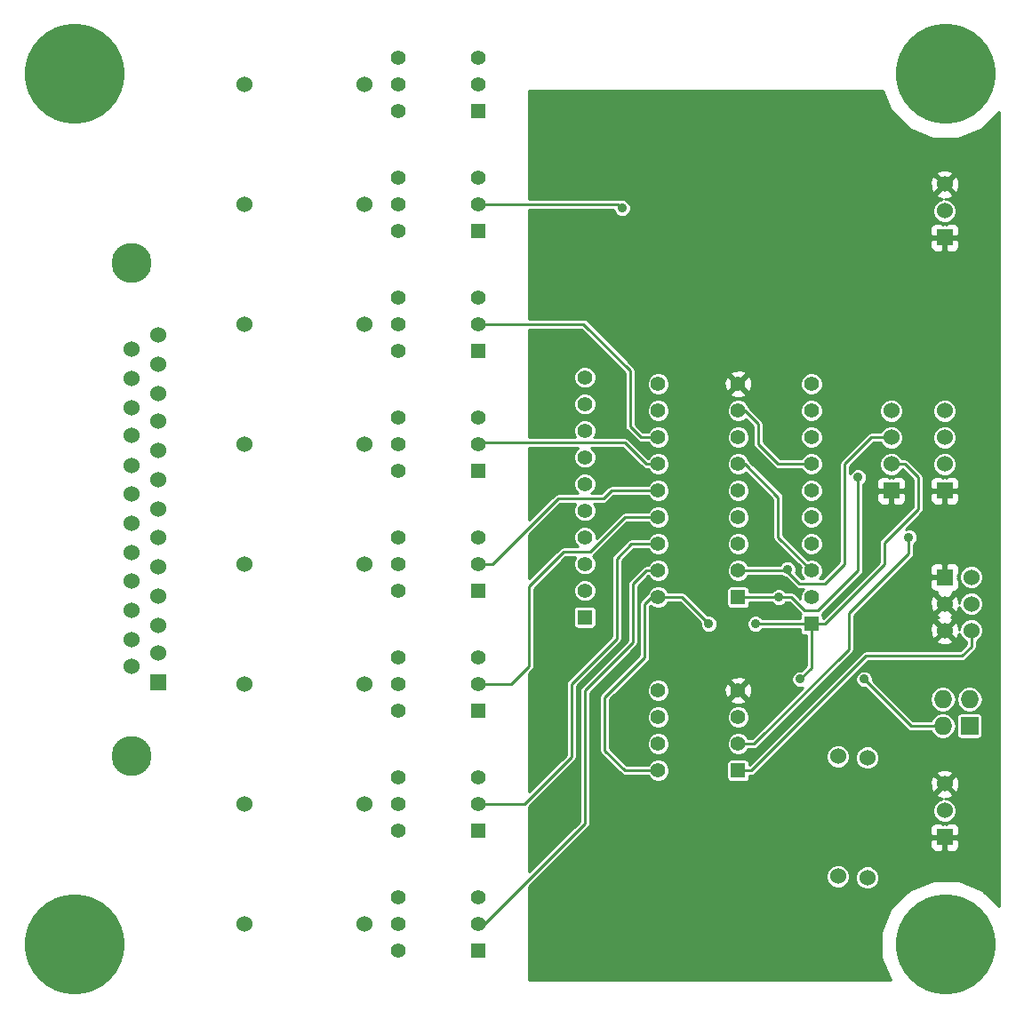
<source format=gbl>
G04 #@! TF.FileFunction,Copper,L2,Bot,Signal*
%FSLAX46Y46*%
G04 Gerber Fmt 4.6, Leading zero omitted, Abs format (unit mm)*
G04 Created by KiCad (PCBNEW (after 2015-mar-04 BZR unknown)-product) date 4/18/2015 6:52:21 PM*
%MOMM*%
G01*
G04 APERTURE LIST*
%ADD10C,0.150000*%
%ADD11C,1.524000*%
%ADD12R,1.397000X1.397000*%
%ADD13C,1.397000*%
%ADD14C,9.525000*%
%ADD15R,1.524000X1.524000*%
%ADD16C,3.810000*%
%ADD17R,1.727200X1.727200*%
%ADD18O,1.727200X1.727200*%
%ADD19C,0.889000*%
%ADD20C,0.254000*%
G04 APERTURE END LIST*
D10*
D11*
X33655000Y-6985000D03*
X22225000Y-6985000D03*
X33655000Y-18415000D03*
X22225000Y-18415000D03*
X33655000Y-29845000D03*
X22225000Y-29845000D03*
X33655000Y-41275000D03*
X22225000Y-41275000D03*
X33655000Y-52705000D03*
X22225000Y-52705000D03*
X33655000Y-64135000D03*
X22225000Y-64135000D03*
X33655000Y-86995000D03*
X22225000Y-86995000D03*
X33655000Y-75565000D03*
X22225000Y-75565000D03*
D12*
X44450000Y-89535000D03*
D13*
X44450000Y-86995000D03*
X44450000Y-84455000D03*
X36830000Y-84455000D03*
X36830000Y-86995000D03*
X36830000Y-89535000D03*
D12*
X44450000Y-9525000D03*
D13*
X44450000Y-6985000D03*
X44450000Y-4445000D03*
X36830000Y-4445000D03*
X36830000Y-6985000D03*
X36830000Y-9525000D03*
D12*
X44450000Y-20955000D03*
D13*
X44450000Y-18415000D03*
X44450000Y-15875000D03*
X36830000Y-15875000D03*
X36830000Y-18415000D03*
X36830000Y-20955000D03*
D12*
X44450000Y-32385000D03*
D13*
X44450000Y-29845000D03*
X44450000Y-27305000D03*
X36830000Y-27305000D03*
X36830000Y-29845000D03*
X36830000Y-32385000D03*
D12*
X44450000Y-43815000D03*
D13*
X44450000Y-41275000D03*
X44450000Y-38735000D03*
X36830000Y-38735000D03*
X36830000Y-41275000D03*
X36830000Y-43815000D03*
D12*
X44450000Y-55245000D03*
D13*
X44450000Y-52705000D03*
X44450000Y-50165000D03*
X36830000Y-50165000D03*
X36830000Y-52705000D03*
X36830000Y-55245000D03*
D12*
X44450000Y-66675000D03*
D13*
X44450000Y-64135000D03*
X44450000Y-61595000D03*
X36830000Y-61595000D03*
X36830000Y-64135000D03*
X36830000Y-66675000D03*
D12*
X44450000Y-78105000D03*
D13*
X44450000Y-75565000D03*
X44450000Y-73025000D03*
X36830000Y-73025000D03*
X36830000Y-75565000D03*
X36830000Y-78105000D03*
D14*
X6000000Y-6000000D03*
X89000000Y-6000000D03*
X6000000Y-89000000D03*
X89000000Y-89000000D03*
D15*
X88900000Y-45720000D03*
D11*
X88900000Y-43180000D03*
X88900000Y-40640000D03*
X88900000Y-38100000D03*
D15*
X88900000Y-53975000D03*
D11*
X91440000Y-53975000D03*
X88900000Y-56515000D03*
X91440000Y-56515000D03*
X88900000Y-59055000D03*
X91440000Y-59055000D03*
D12*
X69215000Y-55880000D03*
D13*
X69215000Y-53340000D03*
X69215000Y-50800000D03*
X69215000Y-48260000D03*
X69215000Y-45720000D03*
X69215000Y-43180000D03*
X69215000Y-40640000D03*
X69215000Y-38100000D03*
X69215000Y-35560000D03*
X61595000Y-35560000D03*
X61595000Y-38100000D03*
X61595000Y-40640000D03*
X61595000Y-43180000D03*
X61595000Y-45720000D03*
X61595000Y-48260000D03*
X61595000Y-50800000D03*
X61595000Y-53340000D03*
X61595000Y-55880000D03*
D16*
X11430000Y-24005000D03*
X11430000Y-70995000D03*
D15*
X13970000Y-64010000D03*
D11*
X13970000Y-61216000D03*
X13970000Y-58549000D03*
X13970000Y-55755000D03*
X13970000Y-52961000D03*
X13970000Y-50167000D03*
X13970000Y-47500000D03*
X13970000Y-44706000D03*
X13970000Y-41912000D03*
X13970000Y-39118000D03*
X13970000Y-36451000D03*
X13970000Y-33657000D03*
X13970000Y-30863000D03*
X11430000Y-62435200D03*
X11430000Y-59895200D03*
X11430000Y-57101200D03*
X11430000Y-54358000D03*
X11430000Y-51614800D03*
X11430000Y-48820800D03*
X11430000Y-46077600D03*
X11430000Y-43334400D03*
X11430000Y-40489600D03*
X11430000Y-37797200D03*
X11430000Y-35054000D03*
X11430000Y-32260000D03*
D12*
X54610000Y-57785000D03*
D13*
X54610000Y-55245000D03*
X54610000Y-52705000D03*
X54610000Y-50165000D03*
X54610000Y-47625000D03*
X54610000Y-45085000D03*
X54610000Y-42545000D03*
X54610000Y-40005000D03*
X54610000Y-37465000D03*
X54610000Y-34925000D03*
D12*
X76200000Y-58420000D03*
D13*
X76200000Y-55880000D03*
X76200000Y-53340000D03*
X76200000Y-50800000D03*
X76200000Y-48260000D03*
X76200000Y-45720000D03*
X76200000Y-43180000D03*
X76200000Y-40640000D03*
X76200000Y-38100000D03*
X76200000Y-35560000D03*
D15*
X83820000Y-45720000D03*
D11*
X83820000Y-43180000D03*
X83820000Y-40640000D03*
X83820000Y-38100000D03*
D15*
X88900000Y-21590000D03*
D11*
X88900000Y-19050000D03*
X88900000Y-16510000D03*
D15*
X88900000Y-78740000D03*
D11*
X88900000Y-76200000D03*
X88900000Y-73660000D03*
D12*
X69215000Y-72390000D03*
D13*
X69215000Y-69850000D03*
X69215000Y-67310000D03*
X69215000Y-64770000D03*
X61595000Y-64770000D03*
X61595000Y-67310000D03*
X61595000Y-69850000D03*
X61595000Y-72390000D03*
D17*
X91249500Y-68135500D03*
D18*
X88709500Y-68135500D03*
X91249500Y-65595500D03*
X88709500Y-65595500D03*
D11*
X78740000Y-71056500D03*
X78740000Y-82486500D03*
X81534000Y-71183500D03*
X81534000Y-82613500D03*
D19*
X85471000Y-50165000D03*
X81216500Y-63690500D03*
X73088500Y-55880000D03*
X80645000Y-44450000D03*
X73914000Y-53213000D03*
X75120500Y-63690500D03*
X66421000Y-58420000D03*
X70866000Y-58420000D03*
X58166000Y-18796000D03*
D20*
X69215000Y-72390000D02*
X70485000Y-72390000D01*
X70485000Y-72390000D02*
X81407000Y-61468000D01*
X91440000Y-60579000D02*
X91440000Y-59055000D01*
X90551000Y-61468000D02*
X91440000Y-60579000D01*
X81407000Y-61468000D02*
X90551000Y-61468000D01*
X69215000Y-69850000D02*
X70739000Y-69850000D01*
X79756000Y-60833000D02*
X79756000Y-57404000D01*
X70739000Y-69850000D02*
X79756000Y-60833000D01*
X85471000Y-51689000D02*
X85471000Y-50165000D01*
X79756000Y-57404000D02*
X85471000Y-51689000D01*
X88709500Y-68135500D02*
X85661500Y-68135500D01*
X85661500Y-68135500D02*
X81216500Y-63690500D01*
X74295000Y-55880000D02*
X75565000Y-57150000D01*
X75565000Y-57150000D02*
X76835000Y-57150000D01*
X76835000Y-57150000D02*
X80645000Y-53340000D01*
X80645000Y-53340000D02*
X80645000Y-44450000D01*
X69215000Y-55880000D02*
X73088500Y-55880000D01*
X73088500Y-55880000D02*
X74295000Y-55880000D01*
X73787000Y-53340000D02*
X75057000Y-54610000D01*
X81915000Y-40640000D02*
X83820000Y-40640000D01*
X79375000Y-43180000D02*
X81915000Y-40640000D01*
X79375000Y-52705000D02*
X79375000Y-43180000D01*
X77470000Y-54610000D02*
X79375000Y-52705000D01*
X75057000Y-54610000D02*
X77470000Y-54610000D01*
X69215000Y-53340000D02*
X73787000Y-53340000D01*
X73787000Y-53340000D02*
X73914000Y-53213000D01*
X75120500Y-63690500D02*
X76200000Y-62611000D01*
X76200000Y-62611000D02*
X76200000Y-58420000D01*
X76200000Y-58420000D02*
X70866000Y-58420000D01*
X63881000Y-55880000D02*
X61595000Y-55880000D01*
X66421000Y-58420000D02*
X63881000Y-55880000D01*
X77470000Y-58420000D02*
X83121500Y-52768500D01*
X86360000Y-47498000D02*
X86360000Y-44450000D01*
X86360000Y-44450000D02*
X85090000Y-43180000D01*
X85090000Y-43180000D02*
X83820000Y-43180000D01*
X76200000Y-58420000D02*
X77470000Y-58420000D01*
X60960000Y-55880000D02*
X60325000Y-56515000D01*
X60325000Y-56515000D02*
X60325000Y-61595000D01*
X60325000Y-61595000D02*
X56515000Y-65405000D01*
X56515000Y-65405000D02*
X56515000Y-70485000D01*
X56515000Y-70485000D02*
X58420000Y-72390000D01*
X58420000Y-72390000D02*
X61595000Y-72390000D01*
X61595000Y-55880000D02*
X60960000Y-55880000D01*
X83121500Y-50736500D02*
X86360000Y-47498000D01*
X83121500Y-52768500D02*
X83121500Y-50736500D01*
X73025000Y-50165000D02*
X73025000Y-46355000D01*
X73025000Y-46355000D02*
X69850000Y-43180000D01*
X69850000Y-43180000D02*
X69215000Y-43180000D01*
X76200000Y-53340000D02*
X73025000Y-50165000D01*
X73025000Y-43180000D02*
X71120000Y-41275000D01*
X71120000Y-41275000D02*
X71120000Y-39370000D01*
X71120000Y-39370000D02*
X69850000Y-38100000D01*
X69850000Y-38100000D02*
X69215000Y-38100000D01*
X76200000Y-43180000D02*
X73025000Y-43180000D01*
X58166000Y-18796000D02*
X57785000Y-18415000D01*
X57785000Y-18415000D02*
X44450000Y-18415000D01*
X59944000Y-40640000D02*
X58928000Y-39624000D01*
X58928000Y-39624000D02*
X58928000Y-34290000D01*
X61595000Y-40640000D02*
X59944000Y-40640000D01*
X54483000Y-29845000D02*
X58928000Y-34290000D01*
X44450000Y-29845000D02*
X54483000Y-29845000D01*
X60452000Y-43180000D02*
X58420000Y-41148000D01*
X58420000Y-41148000D02*
X44577000Y-41148000D01*
X44577000Y-41148000D02*
X44450000Y-41275000D01*
X61595000Y-43180000D02*
X60452000Y-43180000D01*
X57150000Y-45720000D02*
X56388000Y-46482000D01*
X61595000Y-45720000D02*
X57150000Y-45720000D01*
X52070000Y-46482000D02*
X56388000Y-46482000D01*
X45847000Y-52705000D02*
X52070000Y-46482000D01*
X44450000Y-52705000D02*
X45847000Y-52705000D01*
X58420000Y-48260000D02*
X55118000Y-51562000D01*
X55118000Y-51562000D02*
X52578000Y-51562000D01*
X52578000Y-51562000D02*
X49276000Y-54864000D01*
X49276000Y-54864000D02*
X49276000Y-62484000D01*
X49276000Y-62484000D02*
X47625000Y-64135000D01*
X47625000Y-64135000D02*
X44450000Y-64135000D01*
X61595000Y-48260000D02*
X58420000Y-48260000D01*
X48895000Y-75565000D02*
X53340000Y-71120000D01*
X53340000Y-71120000D02*
X53340000Y-64135000D01*
X53340000Y-64135000D02*
X57658000Y-59817000D01*
X44450000Y-75565000D02*
X48895000Y-75565000D01*
X57658000Y-52197000D02*
X59055000Y-50800000D01*
X59055000Y-50800000D02*
X61595000Y-50800000D01*
X57658000Y-59817000D02*
X57658000Y-52197000D01*
X59182000Y-60198000D02*
X59182000Y-54610000D01*
X59182000Y-54610000D02*
X60452000Y-53340000D01*
X60452000Y-53340000D02*
X61595000Y-53340000D01*
X45085000Y-86995000D02*
X54610000Y-77470000D01*
X54610000Y-77470000D02*
X54610000Y-64770000D01*
X54610000Y-64770000D02*
X59182000Y-60198000D01*
X44450000Y-86995000D02*
X45085000Y-86995000D01*
G36*
X94047500Y-85337857D02*
X92583198Y-83870997D01*
X92583198Y-58828641D01*
X92583198Y-56288641D01*
X92583198Y-53748641D01*
X92409554Y-53328388D01*
X92088303Y-53006577D01*
X91668354Y-52832199D01*
X91213641Y-52831802D01*
X90793388Y-53005446D01*
X90471577Y-53326697D01*
X90309144Y-53717879D01*
X90309144Y-16717698D01*
X90281362Y-16162632D01*
X90122397Y-15778857D01*
X89880213Y-15709392D01*
X89700608Y-15888997D01*
X89700608Y-15529787D01*
X89631143Y-15287603D01*
X89107698Y-15100856D01*
X88552632Y-15128638D01*
X88168857Y-15287603D01*
X88099392Y-15529787D01*
X88900000Y-16330395D01*
X89700608Y-15529787D01*
X89700608Y-15888997D01*
X89079605Y-16510000D01*
X89880213Y-17310608D01*
X90122397Y-17241143D01*
X90309144Y-16717698D01*
X90309144Y-53717879D01*
X90297199Y-53746646D01*
X90297000Y-53974575D01*
X90297000Y-53847998D01*
X90138252Y-53847998D01*
X90297000Y-53689250D01*
X90297000Y-53086691D01*
X90297000Y-46608310D01*
X90297000Y-46355691D01*
X90297000Y-46005750D01*
X90297000Y-45434250D01*
X90297000Y-45084309D01*
X90297000Y-44831690D01*
X90297000Y-22478309D01*
X90297000Y-21875750D01*
X90297000Y-21304250D01*
X90297000Y-20701691D01*
X90200327Y-20468302D01*
X90043198Y-20311172D01*
X90021699Y-20289673D01*
X89788310Y-20193000D01*
X89535691Y-20193000D01*
X89185750Y-20193000D01*
X89027002Y-20351748D01*
X89027002Y-20193111D01*
X89126359Y-20193198D01*
X89546612Y-20019554D01*
X89868423Y-19698303D01*
X90042801Y-19278354D01*
X90043198Y-18823641D01*
X89869554Y-18403388D01*
X89548303Y-18081577D01*
X89128354Y-17907199D01*
X88934339Y-17907029D01*
X89247368Y-17891362D01*
X89631143Y-17732397D01*
X89700608Y-17490213D01*
X88900000Y-16689605D01*
X88720395Y-16869210D01*
X88720395Y-16510000D01*
X87919787Y-15709392D01*
X87677603Y-15778857D01*
X87490856Y-16302302D01*
X87518638Y-16857368D01*
X87677603Y-17241143D01*
X87919787Y-17310608D01*
X88720395Y-16510000D01*
X88720395Y-16869210D01*
X88099392Y-17490213D01*
X88168857Y-17732397D01*
X88666258Y-17909852D01*
X88253388Y-18080446D01*
X87931577Y-18401697D01*
X87757199Y-18821646D01*
X87756802Y-19276359D01*
X87930446Y-19696612D01*
X88251697Y-20018423D01*
X88671646Y-20192801D01*
X88899575Y-20193000D01*
X88772998Y-20193000D01*
X88772998Y-20351748D01*
X88614250Y-20193000D01*
X88264309Y-20193000D01*
X88011690Y-20193000D01*
X87778301Y-20289673D01*
X87599673Y-20468302D01*
X87503000Y-20701691D01*
X87503000Y-21304250D01*
X87661750Y-21463000D01*
X88773000Y-21463000D01*
X88773000Y-21443000D01*
X89027000Y-21443000D01*
X89027000Y-21463000D01*
X90138250Y-21463000D01*
X90297000Y-21304250D01*
X90297000Y-21875750D01*
X90138250Y-21717000D01*
X89027000Y-21717000D01*
X89027000Y-22828250D01*
X89185750Y-22987000D01*
X89535691Y-22987000D01*
X89788310Y-22987000D01*
X90021699Y-22890327D01*
X90200327Y-22711698D01*
X90297000Y-22478309D01*
X90297000Y-44831690D01*
X90200327Y-44598301D01*
X90043198Y-44441172D01*
X90021698Y-44419673D01*
X89788309Y-44323000D01*
X89185750Y-44323000D01*
X89027002Y-44481748D01*
X89027002Y-44323111D01*
X89126359Y-44323198D01*
X89546612Y-44149554D01*
X89868423Y-43828303D01*
X90042801Y-43408354D01*
X90043198Y-42953641D01*
X90043198Y-40413641D01*
X90043198Y-37873641D01*
X89869554Y-37453388D01*
X89548303Y-37131577D01*
X89128354Y-36957199D01*
X88773000Y-36956888D01*
X88773000Y-22828250D01*
X88773000Y-21717000D01*
X87661750Y-21717000D01*
X87503000Y-21875750D01*
X87503000Y-22478309D01*
X87599673Y-22711698D01*
X87778301Y-22890327D01*
X88011690Y-22987000D01*
X88264309Y-22987000D01*
X88614250Y-22987000D01*
X88773000Y-22828250D01*
X88773000Y-36956888D01*
X88673641Y-36956802D01*
X88253388Y-37130446D01*
X87931577Y-37451697D01*
X87757199Y-37871646D01*
X87756802Y-38326359D01*
X87930446Y-38746612D01*
X88251697Y-39068423D01*
X88671646Y-39242801D01*
X89126359Y-39243198D01*
X89546612Y-39069554D01*
X89868423Y-38748303D01*
X90042801Y-38328354D01*
X90043198Y-37873641D01*
X90043198Y-40413641D01*
X89869554Y-39993388D01*
X89548303Y-39671577D01*
X89128354Y-39497199D01*
X88673641Y-39496802D01*
X88253388Y-39670446D01*
X87931577Y-39991697D01*
X87757199Y-40411646D01*
X87756802Y-40866359D01*
X87930446Y-41286612D01*
X88251697Y-41608423D01*
X88671646Y-41782801D01*
X89126359Y-41783198D01*
X89546612Y-41609554D01*
X89868423Y-41288303D01*
X90042801Y-40868354D01*
X90043198Y-40413641D01*
X90043198Y-42953641D01*
X89869554Y-42533388D01*
X89548303Y-42211577D01*
X89128354Y-42037199D01*
X88673641Y-42036802D01*
X88253388Y-42210446D01*
X87931577Y-42531697D01*
X87757199Y-42951646D01*
X87756802Y-43406359D01*
X87930446Y-43826612D01*
X88251697Y-44148423D01*
X88671646Y-44322801D01*
X88899575Y-44323000D01*
X88772998Y-44323000D01*
X88772998Y-44481748D01*
X88614250Y-44323000D01*
X88011691Y-44323000D01*
X87778302Y-44419673D01*
X87599673Y-44598301D01*
X87503000Y-44831690D01*
X87503000Y-45084309D01*
X87503000Y-45434250D01*
X87661750Y-45593000D01*
X88773000Y-45593000D01*
X88773000Y-45573000D01*
X89027000Y-45573000D01*
X89027000Y-45593000D01*
X90138250Y-45593000D01*
X90297000Y-45434250D01*
X90297000Y-46005750D01*
X90138250Y-45847000D01*
X89027000Y-45847000D01*
X89027000Y-46958250D01*
X89185750Y-47117000D01*
X89788309Y-47117000D01*
X90021698Y-47020327D01*
X90200327Y-46841699D01*
X90297000Y-46608310D01*
X90297000Y-53086691D01*
X90200327Y-52853302D01*
X90021699Y-52674673D01*
X89788310Y-52578000D01*
X89535691Y-52578000D01*
X89185750Y-52578000D01*
X89027000Y-52736750D01*
X89027000Y-53848000D01*
X89047000Y-53848000D01*
X89047000Y-54102000D01*
X89027000Y-54102000D01*
X89027000Y-54122000D01*
X88773000Y-54122000D01*
X88773000Y-54102000D01*
X88773000Y-53848000D01*
X88773000Y-52736750D01*
X88773000Y-46958250D01*
X88773000Y-45847000D01*
X87661750Y-45847000D01*
X87503000Y-46005750D01*
X87503000Y-46355691D01*
X87503000Y-46608310D01*
X87599673Y-46841699D01*
X87778302Y-47020327D01*
X88011691Y-47117000D01*
X88614250Y-47117000D01*
X88773000Y-46958250D01*
X88773000Y-52736750D01*
X88614250Y-52578000D01*
X88264309Y-52578000D01*
X88011690Y-52578000D01*
X87778301Y-52674673D01*
X87599673Y-52853302D01*
X87503000Y-53086691D01*
X87503000Y-53689250D01*
X87661750Y-53848000D01*
X88773000Y-53848000D01*
X88773000Y-54102000D01*
X87661750Y-54102000D01*
X87503000Y-54260750D01*
X87503000Y-54863309D01*
X87599673Y-55096698D01*
X87778301Y-55275327D01*
X88011690Y-55372000D01*
X88146083Y-55372000D01*
X88099392Y-55534787D01*
X88900000Y-56335395D01*
X89700608Y-55534787D01*
X89653916Y-55372000D01*
X89788310Y-55372000D01*
X90021699Y-55275327D01*
X90200327Y-55096698D01*
X90297000Y-54863309D01*
X90297000Y-54260750D01*
X90138252Y-54102002D01*
X90296888Y-54102002D01*
X90296802Y-54201359D01*
X90470446Y-54621612D01*
X90791697Y-54943423D01*
X91211646Y-55117801D01*
X91666359Y-55118198D01*
X92086612Y-54944554D01*
X92408423Y-54623303D01*
X92582801Y-54203354D01*
X92583198Y-53748641D01*
X92583198Y-56288641D01*
X92409554Y-55868388D01*
X92088303Y-55546577D01*
X91668354Y-55372199D01*
X91213641Y-55371802D01*
X90793388Y-55545446D01*
X90471577Y-55866697D01*
X90297199Y-56286646D01*
X90297029Y-56480660D01*
X90297000Y-56480080D01*
X90281362Y-56167632D01*
X90122397Y-55783857D01*
X89880213Y-55714392D01*
X89079605Y-56515000D01*
X89880213Y-57315608D01*
X90122397Y-57246143D01*
X90299852Y-56748741D01*
X90470446Y-57161612D01*
X90791697Y-57483423D01*
X91211646Y-57657801D01*
X91666359Y-57658198D01*
X92086612Y-57484554D01*
X92408423Y-57163303D01*
X92582801Y-56743354D01*
X92583198Y-56288641D01*
X92583198Y-58828641D01*
X92409554Y-58408388D01*
X92088303Y-58086577D01*
X91668354Y-57912199D01*
X91213641Y-57911802D01*
X90793388Y-58085446D01*
X90471577Y-58406697D01*
X90297199Y-58826646D01*
X90297029Y-59020660D01*
X90281362Y-58707632D01*
X90122397Y-58323857D01*
X89880213Y-58254392D01*
X89700608Y-58433997D01*
X89700608Y-58074787D01*
X89631143Y-57832603D01*
X89507655Y-57788547D01*
X89631143Y-57737397D01*
X89700608Y-57495213D01*
X88900000Y-56694605D01*
X88720395Y-56874210D01*
X88720395Y-56515000D01*
X87919787Y-55714392D01*
X87677603Y-55783857D01*
X87490856Y-56307302D01*
X87518638Y-56862368D01*
X87677603Y-57246143D01*
X87919787Y-57315608D01*
X88720395Y-56515000D01*
X88720395Y-56874210D01*
X88099392Y-57495213D01*
X88168857Y-57737397D01*
X88292344Y-57781452D01*
X88168857Y-57832603D01*
X88099392Y-58074787D01*
X88900000Y-58875395D01*
X89700608Y-58074787D01*
X89700608Y-58433997D01*
X89079605Y-59055000D01*
X89880213Y-59855608D01*
X90122397Y-59786143D01*
X90299852Y-59288741D01*
X90470446Y-59701612D01*
X90791697Y-60023423D01*
X90932000Y-60081681D01*
X90932000Y-60368580D01*
X90340580Y-60960000D01*
X89700608Y-60960000D01*
X89700608Y-60035213D01*
X88900000Y-59234605D01*
X88720395Y-59414210D01*
X88720395Y-59055000D01*
X87919787Y-58254392D01*
X87677603Y-58323857D01*
X87490856Y-58847302D01*
X87518638Y-59402368D01*
X87677603Y-59786143D01*
X87919787Y-59855608D01*
X88720395Y-59055000D01*
X88720395Y-59414210D01*
X88099392Y-60035213D01*
X88168857Y-60277397D01*
X88692302Y-60464144D01*
X89247368Y-60436362D01*
X89631143Y-60277397D01*
X89700608Y-60035213D01*
X89700608Y-60960000D01*
X86868000Y-60960000D01*
X86868000Y-47498000D01*
X86868000Y-44450000D01*
X86835746Y-44287849D01*
X86829331Y-44255597D01*
X86829331Y-44255596D01*
X86719210Y-44090790D01*
X85449210Y-42820790D01*
X85284403Y-42710669D01*
X85090000Y-42672000D01*
X84846826Y-42672000D01*
X84789554Y-42533388D01*
X84468303Y-42211577D01*
X84048354Y-42037199D01*
X83593641Y-42036802D01*
X83173388Y-42210446D01*
X82851577Y-42531697D01*
X82677199Y-42951646D01*
X82676802Y-43406359D01*
X82850446Y-43826612D01*
X83171697Y-44148423D01*
X83591646Y-44322801D01*
X83819575Y-44323000D01*
X83692998Y-44323000D01*
X83692998Y-44481748D01*
X83534250Y-44323000D01*
X82931691Y-44323000D01*
X82698302Y-44419673D01*
X82519673Y-44598301D01*
X82423000Y-44831690D01*
X82423000Y-45084309D01*
X82423000Y-45434250D01*
X82581750Y-45593000D01*
X83693000Y-45593000D01*
X83693000Y-45573000D01*
X83947000Y-45573000D01*
X83947000Y-45593000D01*
X85058250Y-45593000D01*
X85217000Y-45434250D01*
X85217000Y-45084309D01*
X85217000Y-44831690D01*
X85120327Y-44598301D01*
X84941698Y-44419673D01*
X84708309Y-44323000D01*
X84105750Y-44323000D01*
X83947002Y-44481748D01*
X83947002Y-44323111D01*
X84046359Y-44323198D01*
X84466612Y-44149554D01*
X84788423Y-43828303D01*
X84846681Y-43688000D01*
X84879580Y-43688000D01*
X85852000Y-44660420D01*
X85852000Y-47287579D01*
X85217000Y-47922579D01*
X85217000Y-46608310D01*
X85217000Y-46355691D01*
X85217000Y-46005750D01*
X85058250Y-45847000D01*
X83947000Y-45847000D01*
X83947000Y-46958250D01*
X84105750Y-47117000D01*
X84708309Y-47117000D01*
X84941698Y-47020327D01*
X85120327Y-46841699D01*
X85217000Y-46608310D01*
X85217000Y-47922579D01*
X83693000Y-49446579D01*
X83693000Y-46958250D01*
X83693000Y-45847000D01*
X82581750Y-45847000D01*
X82423000Y-46005750D01*
X82423000Y-46355691D01*
X82423000Y-46608310D01*
X82519673Y-46841699D01*
X82698302Y-47020327D01*
X82931691Y-47117000D01*
X83534250Y-47117000D01*
X83693000Y-46958250D01*
X83693000Y-49446579D01*
X82762290Y-50377290D01*
X82652169Y-50542097D01*
X82613500Y-50736500D01*
X82613500Y-52558080D01*
X77286964Y-57884616D01*
X77286964Y-57721500D01*
X77258778Y-57576226D01*
X77206609Y-57496810D01*
X81004210Y-53699210D01*
X81114331Y-53534403D01*
X81153000Y-53340000D01*
X81153000Y-45109302D01*
X81344417Y-44918219D01*
X81470357Y-44614923D01*
X81470643Y-44286518D01*
X81345233Y-43983002D01*
X81113219Y-43750583D01*
X80809923Y-43624643D01*
X80481518Y-43624357D01*
X80178002Y-43749767D01*
X79945583Y-43981781D01*
X79883000Y-44132497D01*
X79883000Y-43390420D01*
X82125420Y-41148000D01*
X82793173Y-41148000D01*
X82850446Y-41286612D01*
X83171697Y-41608423D01*
X83591646Y-41782801D01*
X84046359Y-41783198D01*
X84466612Y-41609554D01*
X84788423Y-41288303D01*
X84962801Y-40868354D01*
X84963198Y-40413641D01*
X84963198Y-37873641D01*
X84789554Y-37453388D01*
X84468303Y-37131577D01*
X84048354Y-36957199D01*
X83593641Y-36956802D01*
X83173388Y-37130446D01*
X82851577Y-37451697D01*
X82677199Y-37871646D01*
X82676802Y-38326359D01*
X82850446Y-38746612D01*
X83171697Y-39068423D01*
X83591646Y-39242801D01*
X84046359Y-39243198D01*
X84466612Y-39069554D01*
X84788423Y-38748303D01*
X84962801Y-38328354D01*
X84963198Y-37873641D01*
X84963198Y-40413641D01*
X84789554Y-39993388D01*
X84468303Y-39671577D01*
X84048354Y-39497199D01*
X83593641Y-39496802D01*
X83173388Y-39670446D01*
X82851577Y-39991697D01*
X82793318Y-40132000D01*
X81915000Y-40132000D01*
X81720597Y-40170669D01*
X81665910Y-40207209D01*
X81555789Y-40280790D01*
X79015790Y-42820790D01*
X78905669Y-42985597D01*
X78867000Y-43180000D01*
X78867000Y-52494580D01*
X77259580Y-54102000D01*
X76964646Y-54102000D01*
X77114622Y-53952286D01*
X77279313Y-53555668D01*
X77279687Y-53126216D01*
X77279687Y-50586216D01*
X77279687Y-48046216D01*
X77279687Y-45506216D01*
X77279687Y-42966216D01*
X77279687Y-40426216D01*
X77279687Y-37886216D01*
X77279687Y-35346216D01*
X77115689Y-34949311D01*
X76812286Y-34645378D01*
X76415668Y-34480687D01*
X75986216Y-34480313D01*
X75589311Y-34644311D01*
X75285378Y-34947714D01*
X75120687Y-35344332D01*
X75120313Y-35773784D01*
X75284311Y-36170689D01*
X75587714Y-36474622D01*
X75984332Y-36639313D01*
X76413784Y-36639687D01*
X76810689Y-36475689D01*
X77114622Y-36172286D01*
X77279313Y-35775668D01*
X77279687Y-35346216D01*
X77279687Y-37886216D01*
X77115689Y-37489311D01*
X76812286Y-37185378D01*
X76415668Y-37020687D01*
X75986216Y-37020313D01*
X75589311Y-37184311D01*
X75285378Y-37487714D01*
X75120687Y-37884332D01*
X75120313Y-38313784D01*
X75284311Y-38710689D01*
X75587714Y-39014622D01*
X75984332Y-39179313D01*
X76413784Y-39179687D01*
X76810689Y-39015689D01*
X77114622Y-38712286D01*
X77279313Y-38315668D01*
X77279687Y-37886216D01*
X77279687Y-40426216D01*
X77115689Y-40029311D01*
X76812286Y-39725378D01*
X76415668Y-39560687D01*
X75986216Y-39560313D01*
X75589311Y-39724311D01*
X75285378Y-40027714D01*
X75120687Y-40424332D01*
X75120313Y-40853784D01*
X75284311Y-41250689D01*
X75587714Y-41554622D01*
X75984332Y-41719313D01*
X76413784Y-41719687D01*
X76810689Y-41555689D01*
X77114622Y-41252286D01*
X77279313Y-40855668D01*
X77279687Y-40426216D01*
X77279687Y-42966216D01*
X77115689Y-42569311D01*
X76812286Y-42265378D01*
X76415668Y-42100687D01*
X75986216Y-42100313D01*
X75589311Y-42264311D01*
X75285378Y-42567714D01*
X75242074Y-42672000D01*
X73235420Y-42672000D01*
X71628000Y-41064580D01*
X71628000Y-39370000D01*
X71595746Y-39207849D01*
X71589331Y-39175597D01*
X71589331Y-39175596D01*
X71479210Y-39010790D01*
X70560927Y-38092507D01*
X70560927Y-35752520D01*
X70532148Y-35222801D01*
X70384800Y-34867071D01*
X70149188Y-34805417D01*
X69969583Y-34985022D01*
X69969583Y-34625812D01*
X69907929Y-34390200D01*
X69407520Y-34214073D01*
X68877801Y-34242852D01*
X68522071Y-34390200D01*
X68460417Y-34625812D01*
X69215000Y-35380395D01*
X69969583Y-34625812D01*
X69969583Y-34985022D01*
X69394605Y-35560000D01*
X70149188Y-36314583D01*
X70384800Y-36252929D01*
X70560927Y-35752520D01*
X70560927Y-38092507D01*
X70252474Y-37784054D01*
X70130689Y-37489311D01*
X69969583Y-37327923D01*
X69969583Y-36494188D01*
X69215000Y-35739605D01*
X69035395Y-35919210D01*
X69035395Y-35560000D01*
X68280812Y-34805417D01*
X68045200Y-34867071D01*
X67869073Y-35367480D01*
X67897852Y-35897199D01*
X68045200Y-36252929D01*
X68280812Y-36314583D01*
X69035395Y-35560000D01*
X69035395Y-35919210D01*
X68460417Y-36494188D01*
X68522071Y-36729800D01*
X69022480Y-36905927D01*
X69552199Y-36877148D01*
X69907929Y-36729800D01*
X69969583Y-36494188D01*
X69969583Y-37327923D01*
X69827286Y-37185378D01*
X69430668Y-37020687D01*
X69001216Y-37020313D01*
X68604311Y-37184311D01*
X68300378Y-37487714D01*
X68135687Y-37884332D01*
X68135313Y-38313784D01*
X68299311Y-38710689D01*
X68602714Y-39014622D01*
X68999332Y-39179313D01*
X69428784Y-39179687D01*
X69825689Y-39015689D01*
X69936575Y-38904995D01*
X70612000Y-39580420D01*
X70612000Y-41275000D01*
X70650669Y-41469403D01*
X70760790Y-41634210D01*
X72665790Y-43539210D01*
X72830597Y-43649331D01*
X73025000Y-43688000D01*
X75241880Y-43688000D01*
X75284311Y-43790689D01*
X75587714Y-44094622D01*
X75984332Y-44259313D01*
X76413784Y-44259687D01*
X76810689Y-44095689D01*
X77114622Y-43792286D01*
X77279313Y-43395668D01*
X77279687Y-42966216D01*
X77279687Y-45506216D01*
X77115689Y-45109311D01*
X76812286Y-44805378D01*
X76415668Y-44640687D01*
X75986216Y-44640313D01*
X75589311Y-44804311D01*
X75285378Y-45107714D01*
X75120687Y-45504332D01*
X75120313Y-45933784D01*
X75284311Y-46330689D01*
X75587714Y-46634622D01*
X75984332Y-46799313D01*
X76413784Y-46799687D01*
X76810689Y-46635689D01*
X77114622Y-46332286D01*
X77279313Y-45935668D01*
X77279687Y-45506216D01*
X77279687Y-48046216D01*
X77115689Y-47649311D01*
X76812286Y-47345378D01*
X76415668Y-47180687D01*
X75986216Y-47180313D01*
X75589311Y-47344311D01*
X75285378Y-47647714D01*
X75120687Y-48044332D01*
X75120313Y-48473784D01*
X75284311Y-48870689D01*
X75587714Y-49174622D01*
X75984332Y-49339313D01*
X76413784Y-49339687D01*
X76810689Y-49175689D01*
X77114622Y-48872286D01*
X77279313Y-48475668D01*
X77279687Y-48046216D01*
X77279687Y-50586216D01*
X77115689Y-50189311D01*
X76812286Y-49885378D01*
X76415668Y-49720687D01*
X75986216Y-49720313D01*
X75589311Y-49884311D01*
X75285378Y-50187714D01*
X75120687Y-50584332D01*
X75120313Y-51013784D01*
X75284311Y-51410689D01*
X75587714Y-51714622D01*
X75984332Y-51879313D01*
X76413784Y-51879687D01*
X76810689Y-51715689D01*
X77114622Y-51412286D01*
X77279313Y-51015668D01*
X77279687Y-50586216D01*
X77279687Y-53126216D01*
X77115689Y-52729311D01*
X76812286Y-52425378D01*
X76415668Y-52260687D01*
X75986216Y-52260313D01*
X75881854Y-52303434D01*
X73533000Y-49954580D01*
X73533000Y-46355000D01*
X73494331Y-46160597D01*
X73384210Y-45995790D01*
X70294687Y-42906267D01*
X70294687Y-40426216D01*
X70130689Y-40029311D01*
X69827286Y-39725378D01*
X69430668Y-39560687D01*
X69001216Y-39560313D01*
X68604311Y-39724311D01*
X68300378Y-40027714D01*
X68135687Y-40424332D01*
X68135313Y-40853784D01*
X68299311Y-41250689D01*
X68602714Y-41554622D01*
X68999332Y-41719313D01*
X69428784Y-41719687D01*
X69825689Y-41555689D01*
X70129622Y-41252286D01*
X70294313Y-40855668D01*
X70294687Y-40426216D01*
X70294687Y-42906267D01*
X70252474Y-42864054D01*
X70130689Y-42569311D01*
X69827286Y-42265378D01*
X69430668Y-42100687D01*
X69001216Y-42100313D01*
X68604311Y-42264311D01*
X68300378Y-42567714D01*
X68135687Y-42964332D01*
X68135313Y-43393784D01*
X68299311Y-43790689D01*
X68602714Y-44094622D01*
X68999332Y-44259313D01*
X69428784Y-44259687D01*
X69825689Y-44095689D01*
X69936575Y-43984995D01*
X72517000Y-46565420D01*
X72517000Y-50165000D01*
X72555669Y-50359403D01*
X72665790Y-50524210D01*
X75163296Y-53021716D01*
X75120687Y-53124332D01*
X75120313Y-53553784D01*
X75284311Y-53950689D01*
X75435358Y-54102000D01*
X75267420Y-54102000D01*
X74681845Y-53516425D01*
X74739357Y-53377923D01*
X74739643Y-53049518D01*
X74614233Y-52746002D01*
X74382219Y-52513583D01*
X74078923Y-52387643D01*
X73750518Y-52387357D01*
X73447002Y-52512767D01*
X73214583Y-52744781D01*
X73178366Y-52832000D01*
X70294687Y-52832000D01*
X70294687Y-50586216D01*
X70294687Y-48046216D01*
X70294687Y-45506216D01*
X70130689Y-45109311D01*
X69827286Y-44805378D01*
X69430668Y-44640687D01*
X69001216Y-44640313D01*
X68604311Y-44804311D01*
X68300378Y-45107714D01*
X68135687Y-45504332D01*
X68135313Y-45933784D01*
X68299311Y-46330689D01*
X68602714Y-46634622D01*
X68999332Y-46799313D01*
X69428784Y-46799687D01*
X69825689Y-46635689D01*
X70129622Y-46332286D01*
X70294313Y-45935668D01*
X70294687Y-45506216D01*
X70294687Y-48046216D01*
X70130689Y-47649311D01*
X69827286Y-47345378D01*
X69430668Y-47180687D01*
X69001216Y-47180313D01*
X68604311Y-47344311D01*
X68300378Y-47647714D01*
X68135687Y-48044332D01*
X68135313Y-48473784D01*
X68299311Y-48870689D01*
X68602714Y-49174622D01*
X68999332Y-49339313D01*
X69428784Y-49339687D01*
X69825689Y-49175689D01*
X70129622Y-48872286D01*
X70294313Y-48475668D01*
X70294687Y-48046216D01*
X70294687Y-50586216D01*
X70130689Y-50189311D01*
X69827286Y-49885378D01*
X69430668Y-49720687D01*
X69001216Y-49720313D01*
X68604311Y-49884311D01*
X68300378Y-50187714D01*
X68135687Y-50584332D01*
X68135313Y-51013784D01*
X68299311Y-51410689D01*
X68602714Y-51714622D01*
X68999332Y-51879313D01*
X69428784Y-51879687D01*
X69825689Y-51715689D01*
X70129622Y-51412286D01*
X70294313Y-51015668D01*
X70294687Y-50586216D01*
X70294687Y-52832000D01*
X70173119Y-52832000D01*
X70130689Y-52729311D01*
X69827286Y-52425378D01*
X69430668Y-52260687D01*
X69001216Y-52260313D01*
X68604311Y-52424311D01*
X68300378Y-52727714D01*
X68135687Y-53124332D01*
X68135313Y-53553784D01*
X68299311Y-53950689D01*
X68602714Y-54254622D01*
X68999332Y-54419313D01*
X69428784Y-54419687D01*
X69825689Y-54255689D01*
X70129622Y-53952286D01*
X70172925Y-53848000D01*
X73381476Y-53848000D01*
X73445781Y-53912417D01*
X73749077Y-54038357D01*
X73766952Y-54038372D01*
X74697790Y-54969210D01*
X74862596Y-55079331D01*
X74862597Y-55079331D01*
X74894849Y-55085746D01*
X75057000Y-55118000D01*
X75435353Y-55118000D01*
X75285378Y-55267714D01*
X75120687Y-55664332D01*
X75120406Y-55986986D01*
X74654210Y-55520790D01*
X74489403Y-55410669D01*
X74295000Y-55372000D01*
X73747802Y-55372000D01*
X73556719Y-55180583D01*
X73253423Y-55054643D01*
X72925018Y-55054357D01*
X72621502Y-55179767D01*
X72428933Y-55372000D01*
X70301964Y-55372000D01*
X70301964Y-55181500D01*
X70273778Y-55036226D01*
X70189904Y-54908544D01*
X70063284Y-54823074D01*
X69913500Y-54793036D01*
X68516500Y-54793036D01*
X68371226Y-54821222D01*
X68243544Y-54905096D01*
X68158074Y-55031716D01*
X68128036Y-55181500D01*
X68128036Y-56578500D01*
X68156222Y-56723774D01*
X68240096Y-56851456D01*
X68366716Y-56936926D01*
X68516500Y-56966964D01*
X69913500Y-56966964D01*
X70058774Y-56938778D01*
X70186456Y-56854904D01*
X70271926Y-56728284D01*
X70301964Y-56578500D01*
X70301964Y-56388000D01*
X72429197Y-56388000D01*
X72620281Y-56579417D01*
X72923577Y-56705357D01*
X73251982Y-56705643D01*
X73555498Y-56580233D01*
X73748066Y-56388000D01*
X74084580Y-56388000D01*
X75193537Y-57496957D01*
X75143074Y-57571716D01*
X75113036Y-57721500D01*
X75113036Y-57912000D01*
X71525302Y-57912000D01*
X71334219Y-57720583D01*
X71030923Y-57594643D01*
X70702518Y-57594357D01*
X70399002Y-57719767D01*
X70166583Y-57951781D01*
X70040643Y-58255077D01*
X70040357Y-58583482D01*
X70165767Y-58886998D01*
X70397781Y-59119417D01*
X70701077Y-59245357D01*
X71029482Y-59245643D01*
X71332998Y-59120233D01*
X71525566Y-58928000D01*
X75113036Y-58928000D01*
X75113036Y-59118500D01*
X75141222Y-59263774D01*
X75225096Y-59391456D01*
X75351716Y-59476926D01*
X75501500Y-59506964D01*
X75692000Y-59506964D01*
X75692000Y-62400579D01*
X75227487Y-62865092D01*
X74957018Y-62864857D01*
X74653502Y-62990267D01*
X74421083Y-63222281D01*
X74295143Y-63525577D01*
X74294857Y-63853982D01*
X74420267Y-64157498D01*
X74652281Y-64389917D01*
X74955577Y-64515857D01*
X75283982Y-64516143D01*
X75404046Y-64466533D01*
X70560927Y-69309652D01*
X70560927Y-64962520D01*
X70532148Y-64432801D01*
X70384800Y-64077071D01*
X70149188Y-64015417D01*
X69969583Y-64195022D01*
X69969583Y-63835812D01*
X69907929Y-63600200D01*
X69407520Y-63424073D01*
X68877801Y-63452852D01*
X68522071Y-63600200D01*
X68460417Y-63835812D01*
X69215000Y-64590395D01*
X69969583Y-63835812D01*
X69969583Y-64195022D01*
X69394605Y-64770000D01*
X70149188Y-65524583D01*
X70384800Y-65462929D01*
X70560927Y-64962520D01*
X70560927Y-69309652D01*
X70528580Y-69342000D01*
X70294687Y-69342000D01*
X70294687Y-67096216D01*
X70130689Y-66699311D01*
X69969583Y-66537923D01*
X69969583Y-65704188D01*
X69215000Y-64949605D01*
X69035395Y-65129210D01*
X69035395Y-64770000D01*
X68280812Y-64015417D01*
X68045200Y-64077071D01*
X67869073Y-64577480D01*
X67897852Y-65107199D01*
X68045200Y-65462929D01*
X68280812Y-65524583D01*
X69035395Y-64770000D01*
X69035395Y-65129210D01*
X68460417Y-65704188D01*
X68522071Y-65939800D01*
X69022480Y-66115927D01*
X69552199Y-66087148D01*
X69907929Y-65939800D01*
X69969583Y-65704188D01*
X69969583Y-66537923D01*
X69827286Y-66395378D01*
X69430668Y-66230687D01*
X69001216Y-66230313D01*
X68604311Y-66394311D01*
X68300378Y-66697714D01*
X68135687Y-67094332D01*
X68135313Y-67523784D01*
X68299311Y-67920689D01*
X68602714Y-68224622D01*
X68999332Y-68389313D01*
X69428784Y-68389687D01*
X69825689Y-68225689D01*
X70129622Y-67922286D01*
X70294313Y-67525668D01*
X70294687Y-67096216D01*
X70294687Y-69342000D01*
X70173119Y-69342000D01*
X70130689Y-69239311D01*
X69827286Y-68935378D01*
X69430668Y-68770687D01*
X69001216Y-68770313D01*
X68604311Y-68934311D01*
X68300378Y-69237714D01*
X68135687Y-69634332D01*
X68135313Y-70063784D01*
X68299311Y-70460689D01*
X68602714Y-70764622D01*
X68999332Y-70929313D01*
X69428784Y-70929687D01*
X69825689Y-70765689D01*
X70129622Y-70462286D01*
X70172925Y-70358000D01*
X70739000Y-70358000D01*
X70933403Y-70319331D01*
X71098210Y-70209210D01*
X80115210Y-61192210D01*
X80225331Y-61027403D01*
X80264000Y-60833000D01*
X80264000Y-57614420D01*
X85830210Y-52048210D01*
X85830211Y-52048210D01*
X85940331Y-51883403D01*
X85979000Y-51689000D01*
X85979000Y-50824302D01*
X86170417Y-50633219D01*
X86296357Y-50329923D01*
X86296643Y-50001518D01*
X86171233Y-49698002D01*
X85939219Y-49465583D01*
X85635923Y-49339643D01*
X85307518Y-49339357D01*
X85187454Y-49388966D01*
X86719210Y-47857210D01*
X86719211Y-47857210D01*
X86829331Y-47692403D01*
X86868000Y-47498000D01*
X86868000Y-60960000D01*
X81407000Y-60960000D01*
X81212597Y-60998669D01*
X81047790Y-61108789D01*
X70301964Y-71854615D01*
X70301964Y-71691500D01*
X70273778Y-71546226D01*
X70189904Y-71418544D01*
X70063284Y-71333074D01*
X69913500Y-71303036D01*
X68516500Y-71303036D01*
X68371226Y-71331222D01*
X68243544Y-71415096D01*
X68158074Y-71541716D01*
X68128036Y-71691500D01*
X68128036Y-73088500D01*
X68156222Y-73233774D01*
X68240096Y-73361456D01*
X68366716Y-73446926D01*
X68516500Y-73476964D01*
X69913500Y-73476964D01*
X70058774Y-73448778D01*
X70186456Y-73364904D01*
X70271926Y-73238284D01*
X70301964Y-73088500D01*
X70301964Y-72898000D01*
X70485000Y-72898000D01*
X70679403Y-72859331D01*
X70844210Y-72749210D01*
X81617420Y-61976000D01*
X90551000Y-61976000D01*
X90745403Y-61937331D01*
X90910210Y-61827210D01*
X91799210Y-60938210D01*
X91909331Y-60773403D01*
X91948000Y-60579000D01*
X91948000Y-60081826D01*
X92086612Y-60024554D01*
X92408423Y-59703303D01*
X92582801Y-59283354D01*
X92583198Y-58828641D01*
X92583198Y-83870997D01*
X92518483Y-83806169D01*
X92518483Y-65595500D01*
X92423743Y-65119212D01*
X92153948Y-64715435D01*
X91750171Y-64445640D01*
X91273883Y-64350900D01*
X91225117Y-64350900D01*
X90748829Y-64445640D01*
X90345052Y-64715435D01*
X90075257Y-65119212D01*
X89980517Y-65595500D01*
X90075257Y-66071788D01*
X90345052Y-66475565D01*
X90748829Y-66745360D01*
X91225117Y-66840100D01*
X91273883Y-66840100D01*
X91750171Y-66745360D01*
X92153948Y-66475565D01*
X92423743Y-66071788D01*
X92518483Y-65595500D01*
X92518483Y-83806169D01*
X92501564Y-83789220D01*
X92501564Y-68999100D01*
X92501564Y-67271900D01*
X92473378Y-67126626D01*
X92389504Y-66998944D01*
X92262884Y-66913474D01*
X92113100Y-66883436D01*
X90385900Y-66883436D01*
X90240626Y-66911622D01*
X90112944Y-66995496D01*
X90027474Y-67122116D01*
X89997436Y-67271900D01*
X89997436Y-68999100D01*
X90025622Y-69144374D01*
X90109496Y-69272056D01*
X90236116Y-69357526D01*
X90385900Y-69387564D01*
X92113100Y-69387564D01*
X92258374Y-69359378D01*
X92386056Y-69275504D01*
X92471526Y-69148884D01*
X92501564Y-68999100D01*
X92501564Y-83789220D01*
X92493632Y-83781275D01*
X90309144Y-82874195D01*
X90309144Y-73867698D01*
X90281362Y-73312632D01*
X90122397Y-72928857D01*
X89978483Y-72887578D01*
X89978483Y-68135500D01*
X89978483Y-65595500D01*
X89883743Y-65119212D01*
X89613948Y-64715435D01*
X89210171Y-64445640D01*
X88733883Y-64350900D01*
X88685117Y-64350900D01*
X88208829Y-64445640D01*
X87805052Y-64715435D01*
X87535257Y-65119212D01*
X87440517Y-65595500D01*
X87535257Y-66071788D01*
X87805052Y-66475565D01*
X88208829Y-66745360D01*
X88685117Y-66840100D01*
X88733883Y-66840100D01*
X89210171Y-66745360D01*
X89613948Y-66475565D01*
X89883743Y-66071788D01*
X89978483Y-65595500D01*
X89978483Y-68135500D01*
X89883743Y-67659212D01*
X89613948Y-67255435D01*
X89210171Y-66985640D01*
X88733883Y-66890900D01*
X88685117Y-66890900D01*
X88208829Y-66985640D01*
X87805052Y-67255435D01*
X87556446Y-67627500D01*
X85871920Y-67627500D01*
X82041907Y-63797487D01*
X82042143Y-63527018D01*
X81916733Y-63223502D01*
X81684719Y-62991083D01*
X81381423Y-62865143D01*
X81053018Y-62864857D01*
X80749502Y-62990267D01*
X80517083Y-63222281D01*
X80391143Y-63525577D01*
X80390857Y-63853982D01*
X80516267Y-64157498D01*
X80748281Y-64389917D01*
X81051577Y-64515857D01*
X81323673Y-64516093D01*
X85302290Y-68494710D01*
X85467096Y-68604831D01*
X85467097Y-68604831D01*
X85499349Y-68611246D01*
X85661500Y-68643500D01*
X87556446Y-68643500D01*
X87805052Y-69015565D01*
X88208829Y-69285360D01*
X88685117Y-69380100D01*
X88733883Y-69380100D01*
X89210171Y-69285360D01*
X89613948Y-69015565D01*
X89883743Y-68611788D01*
X89978483Y-68135500D01*
X89978483Y-72887578D01*
X89880213Y-72859392D01*
X89700608Y-73038997D01*
X89700608Y-72679787D01*
X89631143Y-72437603D01*
X89107698Y-72250856D01*
X88552632Y-72278638D01*
X88168857Y-72437603D01*
X88099392Y-72679787D01*
X88900000Y-73480395D01*
X89700608Y-72679787D01*
X89700608Y-73038997D01*
X89079605Y-73660000D01*
X89880213Y-74460608D01*
X90122397Y-74391143D01*
X90309144Y-73867698D01*
X90309144Y-82874195D01*
X90297000Y-82869153D01*
X90297000Y-79628309D01*
X90297000Y-79025750D01*
X90297000Y-78454250D01*
X90297000Y-77851691D01*
X90200327Y-77618302D01*
X90043198Y-77461172D01*
X90021699Y-77439673D01*
X89788310Y-77343000D01*
X89535691Y-77343000D01*
X89185750Y-77343000D01*
X89027002Y-77501748D01*
X89027002Y-77343111D01*
X89126359Y-77343198D01*
X89546612Y-77169554D01*
X89868423Y-76848303D01*
X90042801Y-76428354D01*
X90043198Y-75973641D01*
X89869554Y-75553388D01*
X89548303Y-75231577D01*
X89128354Y-75057199D01*
X88934339Y-75057029D01*
X89247368Y-75041362D01*
X89631143Y-74882397D01*
X89700608Y-74640213D01*
X88900000Y-73839605D01*
X88720395Y-74019210D01*
X88720395Y-73660000D01*
X87919787Y-72859392D01*
X87677603Y-72928857D01*
X87490856Y-73452302D01*
X87518638Y-74007368D01*
X87677603Y-74391143D01*
X87919787Y-74460608D01*
X88720395Y-73660000D01*
X88720395Y-74019210D01*
X88099392Y-74640213D01*
X88168857Y-74882397D01*
X88666258Y-75059852D01*
X88253388Y-75230446D01*
X87931577Y-75551697D01*
X87757199Y-75971646D01*
X87756802Y-76426359D01*
X87930446Y-76846612D01*
X88251697Y-77168423D01*
X88671646Y-77342801D01*
X88899575Y-77343000D01*
X88772998Y-77343000D01*
X88772998Y-77501748D01*
X88614250Y-77343000D01*
X88264309Y-77343000D01*
X88011690Y-77343000D01*
X87778301Y-77439673D01*
X87599673Y-77618302D01*
X87503000Y-77851691D01*
X87503000Y-78454250D01*
X87661750Y-78613000D01*
X88773000Y-78613000D01*
X88773000Y-78593000D01*
X89027000Y-78593000D01*
X89027000Y-78613000D01*
X90138250Y-78613000D01*
X90297000Y-78454250D01*
X90297000Y-79025750D01*
X90138250Y-78867000D01*
X89027000Y-78867000D01*
X89027000Y-79978250D01*
X89185750Y-80137000D01*
X89535691Y-80137000D01*
X89788310Y-80137000D01*
X90021699Y-80040327D01*
X90200327Y-79861698D01*
X90297000Y-79628309D01*
X90297000Y-82869153D01*
X90230575Y-82841571D01*
X88773000Y-82840299D01*
X88773000Y-79978250D01*
X88773000Y-78867000D01*
X87661750Y-78867000D01*
X87503000Y-79025750D01*
X87503000Y-79628309D01*
X87599673Y-79861698D01*
X87778301Y-80040327D01*
X88011690Y-80137000D01*
X88264309Y-80137000D01*
X88614250Y-80137000D01*
X88773000Y-79978250D01*
X88773000Y-82840299D01*
X87780175Y-82839433D01*
X85515482Y-83775185D01*
X83781275Y-85506368D01*
X82841571Y-87769425D01*
X82839433Y-90219825D01*
X83719396Y-92349500D01*
X82677198Y-92349500D01*
X82677198Y-82387141D01*
X82677198Y-70957141D01*
X82503554Y-70536888D01*
X82182303Y-70215077D01*
X81762354Y-70040699D01*
X81307641Y-70040302D01*
X80887388Y-70213946D01*
X80565577Y-70535197D01*
X80391199Y-70955146D01*
X80390802Y-71409859D01*
X80564446Y-71830112D01*
X80885697Y-72151923D01*
X81305646Y-72326301D01*
X81760359Y-72326698D01*
X82180612Y-72153054D01*
X82502423Y-71831803D01*
X82676801Y-71411854D01*
X82677198Y-70957141D01*
X82677198Y-82387141D01*
X82503554Y-81966888D01*
X82182303Y-81645077D01*
X81762354Y-81470699D01*
X81307641Y-81470302D01*
X80887388Y-81643946D01*
X80565577Y-81965197D01*
X80391199Y-82385146D01*
X80390802Y-82839859D01*
X80564446Y-83260112D01*
X80885697Y-83581923D01*
X81305646Y-83756301D01*
X81760359Y-83756698D01*
X82180612Y-83583054D01*
X82502423Y-83261803D01*
X82676801Y-82841854D01*
X82677198Y-82387141D01*
X82677198Y-92349500D01*
X79883198Y-92349500D01*
X79883198Y-82260141D01*
X79883198Y-70830141D01*
X79709554Y-70409888D01*
X79388303Y-70088077D01*
X78968354Y-69913699D01*
X78513641Y-69913302D01*
X78093388Y-70086946D01*
X77771577Y-70408197D01*
X77597199Y-70828146D01*
X77596802Y-71282859D01*
X77770446Y-71703112D01*
X78091697Y-72024923D01*
X78511646Y-72199301D01*
X78966359Y-72199698D01*
X79386612Y-72026054D01*
X79708423Y-71704803D01*
X79882801Y-71284854D01*
X79883198Y-70830141D01*
X79883198Y-82260141D01*
X79709554Y-81839888D01*
X79388303Y-81518077D01*
X78968354Y-81343699D01*
X78513641Y-81343302D01*
X78093388Y-81516946D01*
X77771577Y-81838197D01*
X77597199Y-82258146D01*
X77596802Y-82712859D01*
X77770446Y-83133112D01*
X78091697Y-83454923D01*
X78511646Y-83629301D01*
X78966359Y-83629698D01*
X79386612Y-83456054D01*
X79708423Y-83134803D01*
X79882801Y-82714854D01*
X79883198Y-82260141D01*
X79883198Y-92349500D01*
X67246643Y-92349500D01*
X67246643Y-58256518D01*
X67121233Y-57953002D01*
X66889219Y-57720583D01*
X66585923Y-57594643D01*
X66313826Y-57594406D01*
X64240210Y-55520790D01*
X64075403Y-55410669D01*
X63881000Y-55372000D01*
X62553119Y-55372000D01*
X62510689Y-55269311D01*
X62207286Y-54965378D01*
X61810668Y-54800687D01*
X61381216Y-54800313D01*
X60984311Y-54964311D01*
X60680378Y-55267714D01*
X60557185Y-55564393D01*
X59965790Y-56155790D01*
X59855669Y-56320597D01*
X59817000Y-56515000D01*
X59817000Y-61384580D01*
X56155790Y-65045790D01*
X56045669Y-65210597D01*
X56007000Y-65405000D01*
X56007000Y-70485000D01*
X56045669Y-70679403D01*
X56155790Y-70844210D01*
X58060790Y-72749210D01*
X58225597Y-72859331D01*
X58420000Y-72898000D01*
X60636880Y-72898000D01*
X60679311Y-73000689D01*
X60982714Y-73304622D01*
X61379332Y-73469313D01*
X61808784Y-73469687D01*
X62205689Y-73305689D01*
X62509622Y-73002286D01*
X62674313Y-72605668D01*
X62674687Y-72176216D01*
X62674687Y-69636216D01*
X62674687Y-67096216D01*
X62674687Y-64556216D01*
X62510689Y-64159311D01*
X62207286Y-63855378D01*
X61810668Y-63690687D01*
X61381216Y-63690313D01*
X60984311Y-63854311D01*
X60680378Y-64157714D01*
X60515687Y-64554332D01*
X60515313Y-64983784D01*
X60679311Y-65380689D01*
X60982714Y-65684622D01*
X61379332Y-65849313D01*
X61808784Y-65849687D01*
X62205689Y-65685689D01*
X62509622Y-65382286D01*
X62674313Y-64985668D01*
X62674687Y-64556216D01*
X62674687Y-67096216D01*
X62510689Y-66699311D01*
X62207286Y-66395378D01*
X61810668Y-66230687D01*
X61381216Y-66230313D01*
X60984311Y-66394311D01*
X60680378Y-66697714D01*
X60515687Y-67094332D01*
X60515313Y-67523784D01*
X60679311Y-67920689D01*
X60982714Y-68224622D01*
X61379332Y-68389313D01*
X61808784Y-68389687D01*
X62205689Y-68225689D01*
X62509622Y-67922286D01*
X62674313Y-67525668D01*
X62674687Y-67096216D01*
X62674687Y-69636216D01*
X62510689Y-69239311D01*
X62207286Y-68935378D01*
X61810668Y-68770687D01*
X61381216Y-68770313D01*
X60984311Y-68934311D01*
X60680378Y-69237714D01*
X60515687Y-69634332D01*
X60515313Y-70063784D01*
X60679311Y-70460689D01*
X60982714Y-70764622D01*
X61379332Y-70929313D01*
X61808784Y-70929687D01*
X62205689Y-70765689D01*
X62509622Y-70462286D01*
X62674313Y-70065668D01*
X62674687Y-69636216D01*
X62674687Y-72176216D01*
X62510689Y-71779311D01*
X62207286Y-71475378D01*
X61810668Y-71310687D01*
X61381216Y-71310313D01*
X60984311Y-71474311D01*
X60680378Y-71777714D01*
X60637074Y-71882000D01*
X58630420Y-71882000D01*
X57023000Y-70274580D01*
X57023000Y-65615420D01*
X60684210Y-61954210D01*
X60794331Y-61789403D01*
X60833000Y-61595000D01*
X60833000Y-56725420D01*
X60873351Y-56685068D01*
X60982714Y-56794622D01*
X61379332Y-56959313D01*
X61808784Y-56959687D01*
X62205689Y-56795689D01*
X62509622Y-56492286D01*
X62552925Y-56388000D01*
X63670579Y-56388000D01*
X65595592Y-58313013D01*
X65595357Y-58583482D01*
X65720767Y-58886998D01*
X65952781Y-59119417D01*
X66256077Y-59245357D01*
X66584482Y-59245643D01*
X66887998Y-59120233D01*
X67120417Y-58888219D01*
X67246357Y-58584923D01*
X67246643Y-58256518D01*
X67246643Y-92349500D01*
X49301500Y-92349500D01*
X49301500Y-83496920D01*
X54969210Y-77829210D01*
X55079331Y-77664404D01*
X55079331Y-77664403D01*
X55118000Y-77470000D01*
X55118000Y-64980420D01*
X59541210Y-60557211D01*
X59541210Y-60557210D01*
X59651331Y-60392404D01*
X59651331Y-60392403D01*
X59657746Y-60360150D01*
X59689999Y-60198000D01*
X59690000Y-60198000D01*
X59690000Y-54820420D01*
X60644347Y-53866072D01*
X60679311Y-53950689D01*
X60982714Y-54254622D01*
X61379332Y-54419313D01*
X61808784Y-54419687D01*
X62205689Y-54255689D01*
X62509622Y-53952286D01*
X62674313Y-53555668D01*
X62674687Y-53126216D01*
X62510689Y-52729311D01*
X62207286Y-52425378D01*
X61810668Y-52260687D01*
X61381216Y-52260313D01*
X60984311Y-52424311D01*
X60680378Y-52727714D01*
X60637074Y-52832000D01*
X60452000Y-52832000D01*
X60289849Y-52864253D01*
X60257596Y-52870669D01*
X60092790Y-52980790D01*
X58822790Y-54250790D01*
X58712669Y-54415597D01*
X58674000Y-54610000D01*
X58674000Y-59987579D01*
X54250790Y-64410790D01*
X54140669Y-64575597D01*
X54102000Y-64770000D01*
X54102000Y-77259580D01*
X49301500Y-82060080D01*
X49301500Y-75876920D01*
X53699210Y-71479210D01*
X53809331Y-71314404D01*
X53809331Y-71314403D01*
X53815746Y-71282150D01*
X53847999Y-71120000D01*
X53848000Y-71120000D01*
X53848000Y-64345420D01*
X58017210Y-60176210D01*
X58127331Y-60011404D01*
X58127331Y-60011403D01*
X58166000Y-59817000D01*
X58166000Y-52407420D01*
X59265420Y-51308000D01*
X60636880Y-51308000D01*
X60679311Y-51410689D01*
X60982714Y-51714622D01*
X61379332Y-51879313D01*
X61808784Y-51879687D01*
X62205689Y-51715689D01*
X62509622Y-51412286D01*
X62674313Y-51015668D01*
X62674687Y-50586216D01*
X62510689Y-50189311D01*
X62207286Y-49885378D01*
X61810668Y-49720687D01*
X61381216Y-49720313D01*
X60984311Y-49884311D01*
X60680378Y-50187714D01*
X60637074Y-50292000D01*
X59055000Y-50292000D01*
X58892849Y-50324253D01*
X58860596Y-50330669D01*
X58695790Y-50440790D01*
X57298790Y-51837790D01*
X57188669Y-52002597D01*
X57150000Y-52197000D01*
X57150000Y-59606580D01*
X55696964Y-61059616D01*
X55696964Y-58483500D01*
X55696964Y-57086500D01*
X55689687Y-57048993D01*
X55689687Y-55031216D01*
X55525689Y-54634311D01*
X55222286Y-54330378D01*
X54825668Y-54165687D01*
X54396216Y-54165313D01*
X53999311Y-54329311D01*
X53695378Y-54632714D01*
X53530687Y-55029332D01*
X53530313Y-55458784D01*
X53694311Y-55855689D01*
X53997714Y-56159622D01*
X54394332Y-56324313D01*
X54823784Y-56324687D01*
X55220689Y-56160689D01*
X55524622Y-55857286D01*
X55689313Y-55460668D01*
X55689687Y-55031216D01*
X55689687Y-57048993D01*
X55668778Y-56941226D01*
X55584904Y-56813544D01*
X55458284Y-56728074D01*
X55308500Y-56698036D01*
X53911500Y-56698036D01*
X53766226Y-56726222D01*
X53638544Y-56810096D01*
X53553074Y-56936716D01*
X53523036Y-57086500D01*
X53523036Y-58483500D01*
X53551222Y-58628774D01*
X53635096Y-58756456D01*
X53761716Y-58841926D01*
X53911500Y-58871964D01*
X55308500Y-58871964D01*
X55453774Y-58843778D01*
X55581456Y-58759904D01*
X55666926Y-58633284D01*
X55696964Y-58483500D01*
X55696964Y-61059616D01*
X52980790Y-63775790D01*
X52870669Y-63940597D01*
X52832000Y-64135000D01*
X52832000Y-70909580D01*
X49301500Y-74440080D01*
X49301500Y-63176920D01*
X49635210Y-62843210D01*
X49635211Y-62843210D01*
X49745331Y-62678403D01*
X49784000Y-62484000D01*
X49784000Y-55074420D01*
X52788420Y-52070000D01*
X53718131Y-52070000D01*
X53695378Y-52092714D01*
X53530687Y-52489332D01*
X53530313Y-52918784D01*
X53694311Y-53315689D01*
X53997714Y-53619622D01*
X54394332Y-53784313D01*
X54823784Y-53784687D01*
X55220689Y-53620689D01*
X55524622Y-53317286D01*
X55689313Y-52920668D01*
X55689687Y-52491216D01*
X55525689Y-52094311D01*
X55402633Y-51971040D01*
X55477210Y-51921210D01*
X58630420Y-48768000D01*
X60636880Y-48768000D01*
X60679311Y-48870689D01*
X60982714Y-49174622D01*
X61379332Y-49339313D01*
X61808784Y-49339687D01*
X62205689Y-49175689D01*
X62509622Y-48872286D01*
X62674313Y-48475668D01*
X62674687Y-48046216D01*
X62510689Y-47649311D01*
X62207286Y-47345378D01*
X61810668Y-47180687D01*
X61381216Y-47180313D01*
X60984311Y-47344311D01*
X60680378Y-47647714D01*
X60637074Y-47752000D01*
X58420000Y-47752000D01*
X58225596Y-47790669D01*
X58060790Y-47900790D01*
X55689407Y-50272172D01*
X55689687Y-49951216D01*
X55525689Y-49554311D01*
X55222286Y-49250378D01*
X54825668Y-49085687D01*
X54396216Y-49085313D01*
X53999311Y-49249311D01*
X53695378Y-49552714D01*
X53530687Y-49949332D01*
X53530313Y-50378784D01*
X53694311Y-50775689D01*
X53972136Y-51054000D01*
X52578000Y-51054000D01*
X52383596Y-51092669D01*
X52218790Y-51202790D01*
X49301500Y-54120080D01*
X49301500Y-49968920D01*
X52280420Y-46990000D01*
X53718131Y-46990000D01*
X53695378Y-47012714D01*
X53530687Y-47409332D01*
X53530313Y-47838784D01*
X53694311Y-48235689D01*
X53997714Y-48539622D01*
X54394332Y-48704313D01*
X54823784Y-48704687D01*
X55220689Y-48540689D01*
X55524622Y-48237286D01*
X55689313Y-47840668D01*
X55689687Y-47411216D01*
X55525689Y-47014311D01*
X55501420Y-46990000D01*
X56388000Y-46990000D01*
X56582403Y-46951331D01*
X56747210Y-46841210D01*
X57360420Y-46228000D01*
X60636880Y-46228000D01*
X60679311Y-46330689D01*
X60982714Y-46634622D01*
X61379332Y-46799313D01*
X61808784Y-46799687D01*
X62205689Y-46635689D01*
X62509622Y-46332286D01*
X62674313Y-45935668D01*
X62674687Y-45506216D01*
X62510689Y-45109311D01*
X62207286Y-44805378D01*
X61810668Y-44640687D01*
X61381216Y-44640313D01*
X60984311Y-44804311D01*
X60680378Y-45107714D01*
X60637074Y-45212000D01*
X57150000Y-45212000D01*
X56955597Y-45250669D01*
X56790790Y-45360790D01*
X56177580Y-45974000D01*
X55247424Y-45974000D01*
X55524622Y-45697286D01*
X55689313Y-45300668D01*
X55689687Y-44871216D01*
X55525689Y-44474311D01*
X55222286Y-44170378D01*
X54825668Y-44005687D01*
X54396216Y-44005313D01*
X53999311Y-44169311D01*
X53695378Y-44472714D01*
X53530687Y-44869332D01*
X53530313Y-45298784D01*
X53694311Y-45695689D01*
X53972136Y-45974000D01*
X52070000Y-45974000D01*
X51875597Y-46012669D01*
X51710790Y-46122790D01*
X49301500Y-48532080D01*
X49301500Y-41656000D01*
X53972575Y-41656000D01*
X53695378Y-41932714D01*
X53530687Y-42329332D01*
X53530313Y-42758784D01*
X53694311Y-43155689D01*
X53997714Y-43459622D01*
X54394332Y-43624313D01*
X54823784Y-43624687D01*
X55220689Y-43460689D01*
X55524622Y-43157286D01*
X55689313Y-42760668D01*
X55689687Y-42331216D01*
X55525689Y-41934311D01*
X55247863Y-41656000D01*
X58209580Y-41656000D01*
X60092790Y-43539210D01*
X60257597Y-43649331D01*
X60452000Y-43688000D01*
X60636880Y-43688000D01*
X60679311Y-43790689D01*
X60982714Y-44094622D01*
X61379332Y-44259313D01*
X61808784Y-44259687D01*
X62205689Y-44095689D01*
X62509622Y-43792286D01*
X62674313Y-43395668D01*
X62674687Y-42966216D01*
X62510689Y-42569311D01*
X62207286Y-42265378D01*
X61810668Y-42100687D01*
X61381216Y-42100313D01*
X60984311Y-42264311D01*
X60680378Y-42567714D01*
X60644510Y-42654090D01*
X58779210Y-40788790D01*
X58614403Y-40678669D01*
X58420000Y-40640000D01*
X55501868Y-40640000D01*
X55524622Y-40617286D01*
X55689313Y-40220668D01*
X55689687Y-39791216D01*
X55689687Y-37251216D01*
X55689687Y-34711216D01*
X55525689Y-34314311D01*
X55222286Y-34010378D01*
X54825668Y-33845687D01*
X54396216Y-33845313D01*
X53999311Y-34009311D01*
X53695378Y-34312714D01*
X53530687Y-34709332D01*
X53530313Y-35138784D01*
X53694311Y-35535689D01*
X53997714Y-35839622D01*
X54394332Y-36004313D01*
X54823784Y-36004687D01*
X55220689Y-35840689D01*
X55524622Y-35537286D01*
X55689313Y-35140668D01*
X55689687Y-34711216D01*
X55689687Y-37251216D01*
X55525689Y-36854311D01*
X55222286Y-36550378D01*
X54825668Y-36385687D01*
X54396216Y-36385313D01*
X53999311Y-36549311D01*
X53695378Y-36852714D01*
X53530687Y-37249332D01*
X53530313Y-37678784D01*
X53694311Y-38075689D01*
X53997714Y-38379622D01*
X54394332Y-38544313D01*
X54823784Y-38544687D01*
X55220689Y-38380689D01*
X55524622Y-38077286D01*
X55689313Y-37680668D01*
X55689687Y-37251216D01*
X55689687Y-39791216D01*
X55525689Y-39394311D01*
X55222286Y-39090378D01*
X54825668Y-38925687D01*
X54396216Y-38925313D01*
X53999311Y-39089311D01*
X53695378Y-39392714D01*
X53530687Y-39789332D01*
X53530313Y-40218784D01*
X53694311Y-40615689D01*
X53718579Y-40640000D01*
X49301500Y-40640000D01*
X49301500Y-30353000D01*
X54272580Y-30353000D01*
X58420000Y-34500420D01*
X58420000Y-39624000D01*
X58458669Y-39818403D01*
X58568790Y-39983210D01*
X59584790Y-40999210D01*
X59749597Y-41109331D01*
X59944000Y-41148000D01*
X60636880Y-41148000D01*
X60679311Y-41250689D01*
X60982714Y-41554622D01*
X61379332Y-41719313D01*
X61808784Y-41719687D01*
X62205689Y-41555689D01*
X62509622Y-41252286D01*
X62674313Y-40855668D01*
X62674687Y-40426216D01*
X62674687Y-37886216D01*
X62674687Y-35346216D01*
X62510689Y-34949311D01*
X62207286Y-34645378D01*
X61810668Y-34480687D01*
X61381216Y-34480313D01*
X60984311Y-34644311D01*
X60680378Y-34947714D01*
X60515687Y-35344332D01*
X60515313Y-35773784D01*
X60679311Y-36170689D01*
X60982714Y-36474622D01*
X61379332Y-36639313D01*
X61808784Y-36639687D01*
X62205689Y-36475689D01*
X62509622Y-36172286D01*
X62674313Y-35775668D01*
X62674687Y-35346216D01*
X62674687Y-37886216D01*
X62510689Y-37489311D01*
X62207286Y-37185378D01*
X61810668Y-37020687D01*
X61381216Y-37020313D01*
X60984311Y-37184311D01*
X60680378Y-37487714D01*
X60515687Y-37884332D01*
X60515313Y-38313784D01*
X60679311Y-38710689D01*
X60982714Y-39014622D01*
X61379332Y-39179313D01*
X61808784Y-39179687D01*
X62205689Y-39015689D01*
X62509622Y-38712286D01*
X62674313Y-38315668D01*
X62674687Y-37886216D01*
X62674687Y-40426216D01*
X62510689Y-40029311D01*
X62207286Y-39725378D01*
X61810668Y-39560687D01*
X61381216Y-39560313D01*
X60984311Y-39724311D01*
X60680378Y-40027714D01*
X60637074Y-40132000D01*
X60154420Y-40132000D01*
X59436000Y-39413580D01*
X59436000Y-34290000D01*
X59403746Y-34127849D01*
X59397331Y-34095597D01*
X59397331Y-34095596D01*
X59287210Y-33930790D01*
X54842210Y-29485790D01*
X54677403Y-29375669D01*
X54483000Y-29337000D01*
X49301500Y-29337000D01*
X49301500Y-18923000D01*
X57340388Y-18923000D01*
X57340357Y-18959482D01*
X57465767Y-19262998D01*
X57697781Y-19495417D01*
X58001077Y-19621357D01*
X58329482Y-19621643D01*
X58632998Y-19496233D01*
X58865417Y-19264219D01*
X58991357Y-18960923D01*
X58991643Y-18632518D01*
X58866233Y-18329002D01*
X58634219Y-18096583D01*
X58330923Y-17970643D01*
X58016369Y-17970369D01*
X57979403Y-17945669D01*
X57785000Y-17907000D01*
X49301500Y-17907000D01*
X49301500Y-7603500D01*
X82997964Y-7603500D01*
X83775185Y-9484518D01*
X85506368Y-11218725D01*
X87769425Y-12158429D01*
X90219825Y-12160567D01*
X92484518Y-11224815D01*
X94047500Y-9664558D01*
X94047500Y-85337857D01*
X94047500Y-85337857D01*
G37*
X94047500Y-85337857D02*
X92583198Y-83870997D01*
X92583198Y-58828641D01*
X92583198Y-56288641D01*
X92583198Y-53748641D01*
X92409554Y-53328388D01*
X92088303Y-53006577D01*
X91668354Y-52832199D01*
X91213641Y-52831802D01*
X90793388Y-53005446D01*
X90471577Y-53326697D01*
X90309144Y-53717879D01*
X90309144Y-16717698D01*
X90281362Y-16162632D01*
X90122397Y-15778857D01*
X89880213Y-15709392D01*
X89700608Y-15888997D01*
X89700608Y-15529787D01*
X89631143Y-15287603D01*
X89107698Y-15100856D01*
X88552632Y-15128638D01*
X88168857Y-15287603D01*
X88099392Y-15529787D01*
X88900000Y-16330395D01*
X89700608Y-15529787D01*
X89700608Y-15888997D01*
X89079605Y-16510000D01*
X89880213Y-17310608D01*
X90122397Y-17241143D01*
X90309144Y-16717698D01*
X90309144Y-53717879D01*
X90297199Y-53746646D01*
X90297000Y-53974575D01*
X90297000Y-53847998D01*
X90138252Y-53847998D01*
X90297000Y-53689250D01*
X90297000Y-53086691D01*
X90297000Y-46608310D01*
X90297000Y-46355691D01*
X90297000Y-46005750D01*
X90297000Y-45434250D01*
X90297000Y-45084309D01*
X90297000Y-44831690D01*
X90297000Y-22478309D01*
X90297000Y-21875750D01*
X90297000Y-21304250D01*
X90297000Y-20701691D01*
X90200327Y-20468302D01*
X90043198Y-20311172D01*
X90021699Y-20289673D01*
X89788310Y-20193000D01*
X89535691Y-20193000D01*
X89185750Y-20193000D01*
X89027002Y-20351748D01*
X89027002Y-20193111D01*
X89126359Y-20193198D01*
X89546612Y-20019554D01*
X89868423Y-19698303D01*
X90042801Y-19278354D01*
X90043198Y-18823641D01*
X89869554Y-18403388D01*
X89548303Y-18081577D01*
X89128354Y-17907199D01*
X88934339Y-17907029D01*
X89247368Y-17891362D01*
X89631143Y-17732397D01*
X89700608Y-17490213D01*
X88900000Y-16689605D01*
X88720395Y-16869210D01*
X88720395Y-16510000D01*
X87919787Y-15709392D01*
X87677603Y-15778857D01*
X87490856Y-16302302D01*
X87518638Y-16857368D01*
X87677603Y-17241143D01*
X87919787Y-17310608D01*
X88720395Y-16510000D01*
X88720395Y-16869210D01*
X88099392Y-17490213D01*
X88168857Y-17732397D01*
X88666258Y-17909852D01*
X88253388Y-18080446D01*
X87931577Y-18401697D01*
X87757199Y-18821646D01*
X87756802Y-19276359D01*
X87930446Y-19696612D01*
X88251697Y-20018423D01*
X88671646Y-20192801D01*
X88899575Y-20193000D01*
X88772998Y-20193000D01*
X88772998Y-20351748D01*
X88614250Y-20193000D01*
X88264309Y-20193000D01*
X88011690Y-20193000D01*
X87778301Y-20289673D01*
X87599673Y-20468302D01*
X87503000Y-20701691D01*
X87503000Y-21304250D01*
X87661750Y-21463000D01*
X88773000Y-21463000D01*
X88773000Y-21443000D01*
X89027000Y-21443000D01*
X89027000Y-21463000D01*
X90138250Y-21463000D01*
X90297000Y-21304250D01*
X90297000Y-21875750D01*
X90138250Y-21717000D01*
X89027000Y-21717000D01*
X89027000Y-22828250D01*
X89185750Y-22987000D01*
X89535691Y-22987000D01*
X89788310Y-22987000D01*
X90021699Y-22890327D01*
X90200327Y-22711698D01*
X90297000Y-22478309D01*
X90297000Y-44831690D01*
X90200327Y-44598301D01*
X90043198Y-44441172D01*
X90021698Y-44419673D01*
X89788309Y-44323000D01*
X89185750Y-44323000D01*
X89027002Y-44481748D01*
X89027002Y-44323111D01*
X89126359Y-44323198D01*
X89546612Y-44149554D01*
X89868423Y-43828303D01*
X90042801Y-43408354D01*
X90043198Y-42953641D01*
X90043198Y-40413641D01*
X90043198Y-37873641D01*
X89869554Y-37453388D01*
X89548303Y-37131577D01*
X89128354Y-36957199D01*
X88773000Y-36956888D01*
X88773000Y-22828250D01*
X88773000Y-21717000D01*
X87661750Y-21717000D01*
X87503000Y-21875750D01*
X87503000Y-22478309D01*
X87599673Y-22711698D01*
X87778301Y-22890327D01*
X88011690Y-22987000D01*
X88264309Y-22987000D01*
X88614250Y-22987000D01*
X88773000Y-22828250D01*
X88773000Y-36956888D01*
X88673641Y-36956802D01*
X88253388Y-37130446D01*
X87931577Y-37451697D01*
X87757199Y-37871646D01*
X87756802Y-38326359D01*
X87930446Y-38746612D01*
X88251697Y-39068423D01*
X88671646Y-39242801D01*
X89126359Y-39243198D01*
X89546612Y-39069554D01*
X89868423Y-38748303D01*
X90042801Y-38328354D01*
X90043198Y-37873641D01*
X90043198Y-40413641D01*
X89869554Y-39993388D01*
X89548303Y-39671577D01*
X89128354Y-39497199D01*
X88673641Y-39496802D01*
X88253388Y-39670446D01*
X87931577Y-39991697D01*
X87757199Y-40411646D01*
X87756802Y-40866359D01*
X87930446Y-41286612D01*
X88251697Y-41608423D01*
X88671646Y-41782801D01*
X89126359Y-41783198D01*
X89546612Y-41609554D01*
X89868423Y-41288303D01*
X90042801Y-40868354D01*
X90043198Y-40413641D01*
X90043198Y-42953641D01*
X89869554Y-42533388D01*
X89548303Y-42211577D01*
X89128354Y-42037199D01*
X88673641Y-42036802D01*
X88253388Y-42210446D01*
X87931577Y-42531697D01*
X87757199Y-42951646D01*
X87756802Y-43406359D01*
X87930446Y-43826612D01*
X88251697Y-44148423D01*
X88671646Y-44322801D01*
X88899575Y-44323000D01*
X88772998Y-44323000D01*
X88772998Y-44481748D01*
X88614250Y-44323000D01*
X88011691Y-44323000D01*
X87778302Y-44419673D01*
X87599673Y-44598301D01*
X87503000Y-44831690D01*
X87503000Y-45084309D01*
X87503000Y-45434250D01*
X87661750Y-45593000D01*
X88773000Y-45593000D01*
X88773000Y-45573000D01*
X89027000Y-45573000D01*
X89027000Y-45593000D01*
X90138250Y-45593000D01*
X90297000Y-45434250D01*
X90297000Y-46005750D01*
X90138250Y-45847000D01*
X89027000Y-45847000D01*
X89027000Y-46958250D01*
X89185750Y-47117000D01*
X89788309Y-47117000D01*
X90021698Y-47020327D01*
X90200327Y-46841699D01*
X90297000Y-46608310D01*
X90297000Y-53086691D01*
X90200327Y-52853302D01*
X90021699Y-52674673D01*
X89788310Y-52578000D01*
X89535691Y-52578000D01*
X89185750Y-52578000D01*
X89027000Y-52736750D01*
X89027000Y-53848000D01*
X89047000Y-53848000D01*
X89047000Y-54102000D01*
X89027000Y-54102000D01*
X89027000Y-54122000D01*
X88773000Y-54122000D01*
X88773000Y-54102000D01*
X88773000Y-53848000D01*
X88773000Y-52736750D01*
X88773000Y-46958250D01*
X88773000Y-45847000D01*
X87661750Y-45847000D01*
X87503000Y-46005750D01*
X87503000Y-46355691D01*
X87503000Y-46608310D01*
X87599673Y-46841699D01*
X87778302Y-47020327D01*
X88011691Y-47117000D01*
X88614250Y-47117000D01*
X88773000Y-46958250D01*
X88773000Y-52736750D01*
X88614250Y-52578000D01*
X88264309Y-52578000D01*
X88011690Y-52578000D01*
X87778301Y-52674673D01*
X87599673Y-52853302D01*
X87503000Y-53086691D01*
X87503000Y-53689250D01*
X87661750Y-53848000D01*
X88773000Y-53848000D01*
X88773000Y-54102000D01*
X87661750Y-54102000D01*
X87503000Y-54260750D01*
X87503000Y-54863309D01*
X87599673Y-55096698D01*
X87778301Y-55275327D01*
X88011690Y-55372000D01*
X88146083Y-55372000D01*
X88099392Y-55534787D01*
X88900000Y-56335395D01*
X89700608Y-55534787D01*
X89653916Y-55372000D01*
X89788310Y-55372000D01*
X90021699Y-55275327D01*
X90200327Y-55096698D01*
X90297000Y-54863309D01*
X90297000Y-54260750D01*
X90138252Y-54102002D01*
X90296888Y-54102002D01*
X90296802Y-54201359D01*
X90470446Y-54621612D01*
X90791697Y-54943423D01*
X91211646Y-55117801D01*
X91666359Y-55118198D01*
X92086612Y-54944554D01*
X92408423Y-54623303D01*
X92582801Y-54203354D01*
X92583198Y-53748641D01*
X92583198Y-56288641D01*
X92409554Y-55868388D01*
X92088303Y-55546577D01*
X91668354Y-55372199D01*
X91213641Y-55371802D01*
X90793388Y-55545446D01*
X90471577Y-55866697D01*
X90297199Y-56286646D01*
X90297029Y-56480660D01*
X90297000Y-56480080D01*
X90281362Y-56167632D01*
X90122397Y-55783857D01*
X89880213Y-55714392D01*
X89079605Y-56515000D01*
X89880213Y-57315608D01*
X90122397Y-57246143D01*
X90299852Y-56748741D01*
X90470446Y-57161612D01*
X90791697Y-57483423D01*
X91211646Y-57657801D01*
X91666359Y-57658198D01*
X92086612Y-57484554D01*
X92408423Y-57163303D01*
X92582801Y-56743354D01*
X92583198Y-56288641D01*
X92583198Y-58828641D01*
X92409554Y-58408388D01*
X92088303Y-58086577D01*
X91668354Y-57912199D01*
X91213641Y-57911802D01*
X90793388Y-58085446D01*
X90471577Y-58406697D01*
X90297199Y-58826646D01*
X90297029Y-59020660D01*
X90281362Y-58707632D01*
X90122397Y-58323857D01*
X89880213Y-58254392D01*
X89700608Y-58433997D01*
X89700608Y-58074787D01*
X89631143Y-57832603D01*
X89507655Y-57788547D01*
X89631143Y-57737397D01*
X89700608Y-57495213D01*
X88900000Y-56694605D01*
X88720395Y-56874210D01*
X88720395Y-56515000D01*
X87919787Y-55714392D01*
X87677603Y-55783857D01*
X87490856Y-56307302D01*
X87518638Y-56862368D01*
X87677603Y-57246143D01*
X87919787Y-57315608D01*
X88720395Y-56515000D01*
X88720395Y-56874210D01*
X88099392Y-57495213D01*
X88168857Y-57737397D01*
X88292344Y-57781452D01*
X88168857Y-57832603D01*
X88099392Y-58074787D01*
X88900000Y-58875395D01*
X89700608Y-58074787D01*
X89700608Y-58433997D01*
X89079605Y-59055000D01*
X89880213Y-59855608D01*
X90122397Y-59786143D01*
X90299852Y-59288741D01*
X90470446Y-59701612D01*
X90791697Y-60023423D01*
X90932000Y-60081681D01*
X90932000Y-60368580D01*
X90340580Y-60960000D01*
X89700608Y-60960000D01*
X89700608Y-60035213D01*
X88900000Y-59234605D01*
X88720395Y-59414210D01*
X88720395Y-59055000D01*
X87919787Y-58254392D01*
X87677603Y-58323857D01*
X87490856Y-58847302D01*
X87518638Y-59402368D01*
X87677603Y-59786143D01*
X87919787Y-59855608D01*
X88720395Y-59055000D01*
X88720395Y-59414210D01*
X88099392Y-60035213D01*
X88168857Y-60277397D01*
X88692302Y-60464144D01*
X89247368Y-60436362D01*
X89631143Y-60277397D01*
X89700608Y-60035213D01*
X89700608Y-60960000D01*
X86868000Y-60960000D01*
X86868000Y-47498000D01*
X86868000Y-44450000D01*
X86835746Y-44287849D01*
X86829331Y-44255597D01*
X86829331Y-44255596D01*
X86719210Y-44090790D01*
X85449210Y-42820790D01*
X85284403Y-42710669D01*
X85090000Y-42672000D01*
X84846826Y-42672000D01*
X84789554Y-42533388D01*
X84468303Y-42211577D01*
X84048354Y-42037199D01*
X83593641Y-42036802D01*
X83173388Y-42210446D01*
X82851577Y-42531697D01*
X82677199Y-42951646D01*
X82676802Y-43406359D01*
X82850446Y-43826612D01*
X83171697Y-44148423D01*
X83591646Y-44322801D01*
X83819575Y-44323000D01*
X83692998Y-44323000D01*
X83692998Y-44481748D01*
X83534250Y-44323000D01*
X82931691Y-44323000D01*
X82698302Y-44419673D01*
X82519673Y-44598301D01*
X82423000Y-44831690D01*
X82423000Y-45084309D01*
X82423000Y-45434250D01*
X82581750Y-45593000D01*
X83693000Y-45593000D01*
X83693000Y-45573000D01*
X83947000Y-45573000D01*
X83947000Y-45593000D01*
X85058250Y-45593000D01*
X85217000Y-45434250D01*
X85217000Y-45084309D01*
X85217000Y-44831690D01*
X85120327Y-44598301D01*
X84941698Y-44419673D01*
X84708309Y-44323000D01*
X84105750Y-44323000D01*
X83947002Y-44481748D01*
X83947002Y-44323111D01*
X84046359Y-44323198D01*
X84466612Y-44149554D01*
X84788423Y-43828303D01*
X84846681Y-43688000D01*
X84879580Y-43688000D01*
X85852000Y-44660420D01*
X85852000Y-47287579D01*
X85217000Y-47922579D01*
X85217000Y-46608310D01*
X85217000Y-46355691D01*
X85217000Y-46005750D01*
X85058250Y-45847000D01*
X83947000Y-45847000D01*
X83947000Y-46958250D01*
X84105750Y-47117000D01*
X84708309Y-47117000D01*
X84941698Y-47020327D01*
X85120327Y-46841699D01*
X85217000Y-46608310D01*
X85217000Y-47922579D01*
X83693000Y-49446579D01*
X83693000Y-46958250D01*
X83693000Y-45847000D01*
X82581750Y-45847000D01*
X82423000Y-46005750D01*
X82423000Y-46355691D01*
X82423000Y-46608310D01*
X82519673Y-46841699D01*
X82698302Y-47020327D01*
X82931691Y-47117000D01*
X83534250Y-47117000D01*
X83693000Y-46958250D01*
X83693000Y-49446579D01*
X82762290Y-50377290D01*
X82652169Y-50542097D01*
X82613500Y-50736500D01*
X82613500Y-52558080D01*
X77286964Y-57884616D01*
X77286964Y-57721500D01*
X77258778Y-57576226D01*
X77206609Y-57496810D01*
X81004210Y-53699210D01*
X81114331Y-53534403D01*
X81153000Y-53340000D01*
X81153000Y-45109302D01*
X81344417Y-44918219D01*
X81470357Y-44614923D01*
X81470643Y-44286518D01*
X81345233Y-43983002D01*
X81113219Y-43750583D01*
X80809923Y-43624643D01*
X80481518Y-43624357D01*
X80178002Y-43749767D01*
X79945583Y-43981781D01*
X79883000Y-44132497D01*
X79883000Y-43390420D01*
X82125420Y-41148000D01*
X82793173Y-41148000D01*
X82850446Y-41286612D01*
X83171697Y-41608423D01*
X83591646Y-41782801D01*
X84046359Y-41783198D01*
X84466612Y-41609554D01*
X84788423Y-41288303D01*
X84962801Y-40868354D01*
X84963198Y-40413641D01*
X84963198Y-37873641D01*
X84789554Y-37453388D01*
X84468303Y-37131577D01*
X84048354Y-36957199D01*
X83593641Y-36956802D01*
X83173388Y-37130446D01*
X82851577Y-37451697D01*
X82677199Y-37871646D01*
X82676802Y-38326359D01*
X82850446Y-38746612D01*
X83171697Y-39068423D01*
X83591646Y-39242801D01*
X84046359Y-39243198D01*
X84466612Y-39069554D01*
X84788423Y-38748303D01*
X84962801Y-38328354D01*
X84963198Y-37873641D01*
X84963198Y-40413641D01*
X84789554Y-39993388D01*
X84468303Y-39671577D01*
X84048354Y-39497199D01*
X83593641Y-39496802D01*
X83173388Y-39670446D01*
X82851577Y-39991697D01*
X82793318Y-40132000D01*
X81915000Y-40132000D01*
X81720597Y-40170669D01*
X81665910Y-40207209D01*
X81555789Y-40280790D01*
X79015790Y-42820790D01*
X78905669Y-42985597D01*
X78867000Y-43180000D01*
X78867000Y-52494580D01*
X77259580Y-54102000D01*
X76964646Y-54102000D01*
X77114622Y-53952286D01*
X77279313Y-53555668D01*
X77279687Y-53126216D01*
X77279687Y-50586216D01*
X77279687Y-48046216D01*
X77279687Y-45506216D01*
X77279687Y-42966216D01*
X77279687Y-40426216D01*
X77279687Y-37886216D01*
X77279687Y-35346216D01*
X77115689Y-34949311D01*
X76812286Y-34645378D01*
X76415668Y-34480687D01*
X75986216Y-34480313D01*
X75589311Y-34644311D01*
X75285378Y-34947714D01*
X75120687Y-35344332D01*
X75120313Y-35773784D01*
X75284311Y-36170689D01*
X75587714Y-36474622D01*
X75984332Y-36639313D01*
X76413784Y-36639687D01*
X76810689Y-36475689D01*
X77114622Y-36172286D01*
X77279313Y-35775668D01*
X77279687Y-35346216D01*
X77279687Y-37886216D01*
X77115689Y-37489311D01*
X76812286Y-37185378D01*
X76415668Y-37020687D01*
X75986216Y-37020313D01*
X75589311Y-37184311D01*
X75285378Y-37487714D01*
X75120687Y-37884332D01*
X75120313Y-38313784D01*
X75284311Y-38710689D01*
X75587714Y-39014622D01*
X75984332Y-39179313D01*
X76413784Y-39179687D01*
X76810689Y-39015689D01*
X77114622Y-38712286D01*
X77279313Y-38315668D01*
X77279687Y-37886216D01*
X77279687Y-40426216D01*
X77115689Y-40029311D01*
X76812286Y-39725378D01*
X76415668Y-39560687D01*
X75986216Y-39560313D01*
X75589311Y-39724311D01*
X75285378Y-40027714D01*
X75120687Y-40424332D01*
X75120313Y-40853784D01*
X75284311Y-41250689D01*
X75587714Y-41554622D01*
X75984332Y-41719313D01*
X76413784Y-41719687D01*
X76810689Y-41555689D01*
X77114622Y-41252286D01*
X77279313Y-40855668D01*
X77279687Y-40426216D01*
X77279687Y-42966216D01*
X77115689Y-42569311D01*
X76812286Y-42265378D01*
X76415668Y-42100687D01*
X75986216Y-42100313D01*
X75589311Y-42264311D01*
X75285378Y-42567714D01*
X75242074Y-42672000D01*
X73235420Y-42672000D01*
X71628000Y-41064580D01*
X71628000Y-39370000D01*
X71595746Y-39207849D01*
X71589331Y-39175597D01*
X71589331Y-39175596D01*
X71479210Y-39010790D01*
X70560927Y-38092507D01*
X70560927Y-35752520D01*
X70532148Y-35222801D01*
X70384800Y-34867071D01*
X70149188Y-34805417D01*
X69969583Y-34985022D01*
X69969583Y-34625812D01*
X69907929Y-34390200D01*
X69407520Y-34214073D01*
X68877801Y-34242852D01*
X68522071Y-34390200D01*
X68460417Y-34625812D01*
X69215000Y-35380395D01*
X69969583Y-34625812D01*
X69969583Y-34985022D01*
X69394605Y-35560000D01*
X70149188Y-36314583D01*
X70384800Y-36252929D01*
X70560927Y-35752520D01*
X70560927Y-38092507D01*
X70252474Y-37784054D01*
X70130689Y-37489311D01*
X69969583Y-37327923D01*
X69969583Y-36494188D01*
X69215000Y-35739605D01*
X69035395Y-35919210D01*
X69035395Y-35560000D01*
X68280812Y-34805417D01*
X68045200Y-34867071D01*
X67869073Y-35367480D01*
X67897852Y-35897199D01*
X68045200Y-36252929D01*
X68280812Y-36314583D01*
X69035395Y-35560000D01*
X69035395Y-35919210D01*
X68460417Y-36494188D01*
X68522071Y-36729800D01*
X69022480Y-36905927D01*
X69552199Y-36877148D01*
X69907929Y-36729800D01*
X69969583Y-36494188D01*
X69969583Y-37327923D01*
X69827286Y-37185378D01*
X69430668Y-37020687D01*
X69001216Y-37020313D01*
X68604311Y-37184311D01*
X68300378Y-37487714D01*
X68135687Y-37884332D01*
X68135313Y-38313784D01*
X68299311Y-38710689D01*
X68602714Y-39014622D01*
X68999332Y-39179313D01*
X69428784Y-39179687D01*
X69825689Y-39015689D01*
X69936575Y-38904995D01*
X70612000Y-39580420D01*
X70612000Y-41275000D01*
X70650669Y-41469403D01*
X70760790Y-41634210D01*
X72665790Y-43539210D01*
X72830597Y-43649331D01*
X73025000Y-43688000D01*
X75241880Y-43688000D01*
X75284311Y-43790689D01*
X75587714Y-44094622D01*
X75984332Y-44259313D01*
X76413784Y-44259687D01*
X76810689Y-44095689D01*
X77114622Y-43792286D01*
X77279313Y-43395668D01*
X77279687Y-42966216D01*
X77279687Y-45506216D01*
X77115689Y-45109311D01*
X76812286Y-44805378D01*
X76415668Y-44640687D01*
X75986216Y-44640313D01*
X75589311Y-44804311D01*
X75285378Y-45107714D01*
X75120687Y-45504332D01*
X75120313Y-45933784D01*
X75284311Y-46330689D01*
X75587714Y-46634622D01*
X75984332Y-46799313D01*
X76413784Y-46799687D01*
X76810689Y-46635689D01*
X77114622Y-46332286D01*
X77279313Y-45935668D01*
X77279687Y-45506216D01*
X77279687Y-48046216D01*
X77115689Y-47649311D01*
X76812286Y-47345378D01*
X76415668Y-47180687D01*
X75986216Y-47180313D01*
X75589311Y-47344311D01*
X75285378Y-47647714D01*
X75120687Y-48044332D01*
X75120313Y-48473784D01*
X75284311Y-48870689D01*
X75587714Y-49174622D01*
X75984332Y-49339313D01*
X76413784Y-49339687D01*
X76810689Y-49175689D01*
X77114622Y-48872286D01*
X77279313Y-48475668D01*
X77279687Y-48046216D01*
X77279687Y-50586216D01*
X77115689Y-50189311D01*
X76812286Y-49885378D01*
X76415668Y-49720687D01*
X75986216Y-49720313D01*
X75589311Y-49884311D01*
X75285378Y-50187714D01*
X75120687Y-50584332D01*
X75120313Y-51013784D01*
X75284311Y-51410689D01*
X75587714Y-51714622D01*
X75984332Y-51879313D01*
X76413784Y-51879687D01*
X76810689Y-51715689D01*
X77114622Y-51412286D01*
X77279313Y-51015668D01*
X77279687Y-50586216D01*
X77279687Y-53126216D01*
X77115689Y-52729311D01*
X76812286Y-52425378D01*
X76415668Y-52260687D01*
X75986216Y-52260313D01*
X75881854Y-52303434D01*
X73533000Y-49954580D01*
X73533000Y-46355000D01*
X73494331Y-46160597D01*
X73384210Y-45995790D01*
X70294687Y-42906267D01*
X70294687Y-40426216D01*
X70130689Y-40029311D01*
X69827286Y-39725378D01*
X69430668Y-39560687D01*
X69001216Y-39560313D01*
X68604311Y-39724311D01*
X68300378Y-40027714D01*
X68135687Y-40424332D01*
X68135313Y-40853784D01*
X68299311Y-41250689D01*
X68602714Y-41554622D01*
X68999332Y-41719313D01*
X69428784Y-41719687D01*
X69825689Y-41555689D01*
X70129622Y-41252286D01*
X70294313Y-40855668D01*
X70294687Y-40426216D01*
X70294687Y-42906267D01*
X70252474Y-42864054D01*
X70130689Y-42569311D01*
X69827286Y-42265378D01*
X69430668Y-42100687D01*
X69001216Y-42100313D01*
X68604311Y-42264311D01*
X68300378Y-42567714D01*
X68135687Y-42964332D01*
X68135313Y-43393784D01*
X68299311Y-43790689D01*
X68602714Y-44094622D01*
X68999332Y-44259313D01*
X69428784Y-44259687D01*
X69825689Y-44095689D01*
X69936575Y-43984995D01*
X72517000Y-46565420D01*
X72517000Y-50165000D01*
X72555669Y-50359403D01*
X72665790Y-50524210D01*
X75163296Y-53021716D01*
X75120687Y-53124332D01*
X75120313Y-53553784D01*
X75284311Y-53950689D01*
X75435358Y-54102000D01*
X75267420Y-54102000D01*
X74681845Y-53516425D01*
X74739357Y-53377923D01*
X74739643Y-53049518D01*
X74614233Y-52746002D01*
X74382219Y-52513583D01*
X74078923Y-52387643D01*
X73750518Y-52387357D01*
X73447002Y-52512767D01*
X73214583Y-52744781D01*
X73178366Y-52832000D01*
X70294687Y-52832000D01*
X70294687Y-50586216D01*
X70294687Y-48046216D01*
X70294687Y-45506216D01*
X70130689Y-45109311D01*
X69827286Y-44805378D01*
X69430668Y-44640687D01*
X69001216Y-44640313D01*
X68604311Y-44804311D01*
X68300378Y-45107714D01*
X68135687Y-45504332D01*
X68135313Y-45933784D01*
X68299311Y-46330689D01*
X68602714Y-46634622D01*
X68999332Y-46799313D01*
X69428784Y-46799687D01*
X69825689Y-46635689D01*
X70129622Y-46332286D01*
X70294313Y-45935668D01*
X70294687Y-45506216D01*
X70294687Y-48046216D01*
X70130689Y-47649311D01*
X69827286Y-47345378D01*
X69430668Y-47180687D01*
X69001216Y-47180313D01*
X68604311Y-47344311D01*
X68300378Y-47647714D01*
X68135687Y-48044332D01*
X68135313Y-48473784D01*
X68299311Y-48870689D01*
X68602714Y-49174622D01*
X68999332Y-49339313D01*
X69428784Y-49339687D01*
X69825689Y-49175689D01*
X70129622Y-48872286D01*
X70294313Y-48475668D01*
X70294687Y-48046216D01*
X70294687Y-50586216D01*
X70130689Y-50189311D01*
X69827286Y-49885378D01*
X69430668Y-49720687D01*
X69001216Y-49720313D01*
X68604311Y-49884311D01*
X68300378Y-50187714D01*
X68135687Y-50584332D01*
X68135313Y-51013784D01*
X68299311Y-51410689D01*
X68602714Y-51714622D01*
X68999332Y-51879313D01*
X69428784Y-51879687D01*
X69825689Y-51715689D01*
X70129622Y-51412286D01*
X70294313Y-51015668D01*
X70294687Y-50586216D01*
X70294687Y-52832000D01*
X70173119Y-52832000D01*
X70130689Y-52729311D01*
X69827286Y-52425378D01*
X69430668Y-52260687D01*
X69001216Y-52260313D01*
X68604311Y-52424311D01*
X68300378Y-52727714D01*
X68135687Y-53124332D01*
X68135313Y-53553784D01*
X68299311Y-53950689D01*
X68602714Y-54254622D01*
X68999332Y-54419313D01*
X69428784Y-54419687D01*
X69825689Y-54255689D01*
X70129622Y-53952286D01*
X70172925Y-53848000D01*
X73381476Y-53848000D01*
X73445781Y-53912417D01*
X73749077Y-54038357D01*
X73766952Y-54038372D01*
X74697790Y-54969210D01*
X74862596Y-55079331D01*
X74862597Y-55079331D01*
X74894849Y-55085746D01*
X75057000Y-55118000D01*
X75435353Y-55118000D01*
X75285378Y-55267714D01*
X75120687Y-55664332D01*
X75120406Y-55986986D01*
X74654210Y-55520790D01*
X74489403Y-55410669D01*
X74295000Y-55372000D01*
X73747802Y-55372000D01*
X73556719Y-55180583D01*
X73253423Y-55054643D01*
X72925018Y-55054357D01*
X72621502Y-55179767D01*
X72428933Y-55372000D01*
X70301964Y-55372000D01*
X70301964Y-55181500D01*
X70273778Y-55036226D01*
X70189904Y-54908544D01*
X70063284Y-54823074D01*
X69913500Y-54793036D01*
X68516500Y-54793036D01*
X68371226Y-54821222D01*
X68243544Y-54905096D01*
X68158074Y-55031716D01*
X68128036Y-55181500D01*
X68128036Y-56578500D01*
X68156222Y-56723774D01*
X68240096Y-56851456D01*
X68366716Y-56936926D01*
X68516500Y-56966964D01*
X69913500Y-56966964D01*
X70058774Y-56938778D01*
X70186456Y-56854904D01*
X70271926Y-56728284D01*
X70301964Y-56578500D01*
X70301964Y-56388000D01*
X72429197Y-56388000D01*
X72620281Y-56579417D01*
X72923577Y-56705357D01*
X73251982Y-56705643D01*
X73555498Y-56580233D01*
X73748066Y-56388000D01*
X74084580Y-56388000D01*
X75193537Y-57496957D01*
X75143074Y-57571716D01*
X75113036Y-57721500D01*
X75113036Y-57912000D01*
X71525302Y-57912000D01*
X71334219Y-57720583D01*
X71030923Y-57594643D01*
X70702518Y-57594357D01*
X70399002Y-57719767D01*
X70166583Y-57951781D01*
X70040643Y-58255077D01*
X70040357Y-58583482D01*
X70165767Y-58886998D01*
X70397781Y-59119417D01*
X70701077Y-59245357D01*
X71029482Y-59245643D01*
X71332998Y-59120233D01*
X71525566Y-58928000D01*
X75113036Y-58928000D01*
X75113036Y-59118500D01*
X75141222Y-59263774D01*
X75225096Y-59391456D01*
X75351716Y-59476926D01*
X75501500Y-59506964D01*
X75692000Y-59506964D01*
X75692000Y-62400579D01*
X75227487Y-62865092D01*
X74957018Y-62864857D01*
X74653502Y-62990267D01*
X74421083Y-63222281D01*
X74295143Y-63525577D01*
X74294857Y-63853982D01*
X74420267Y-64157498D01*
X74652281Y-64389917D01*
X74955577Y-64515857D01*
X75283982Y-64516143D01*
X75404046Y-64466533D01*
X70560927Y-69309652D01*
X70560927Y-64962520D01*
X70532148Y-64432801D01*
X70384800Y-64077071D01*
X70149188Y-64015417D01*
X69969583Y-64195022D01*
X69969583Y-63835812D01*
X69907929Y-63600200D01*
X69407520Y-63424073D01*
X68877801Y-63452852D01*
X68522071Y-63600200D01*
X68460417Y-63835812D01*
X69215000Y-64590395D01*
X69969583Y-63835812D01*
X69969583Y-64195022D01*
X69394605Y-64770000D01*
X70149188Y-65524583D01*
X70384800Y-65462929D01*
X70560927Y-64962520D01*
X70560927Y-69309652D01*
X70528580Y-69342000D01*
X70294687Y-69342000D01*
X70294687Y-67096216D01*
X70130689Y-66699311D01*
X69969583Y-66537923D01*
X69969583Y-65704188D01*
X69215000Y-64949605D01*
X69035395Y-65129210D01*
X69035395Y-64770000D01*
X68280812Y-64015417D01*
X68045200Y-64077071D01*
X67869073Y-64577480D01*
X67897852Y-65107199D01*
X68045200Y-65462929D01*
X68280812Y-65524583D01*
X69035395Y-64770000D01*
X69035395Y-65129210D01*
X68460417Y-65704188D01*
X68522071Y-65939800D01*
X69022480Y-66115927D01*
X69552199Y-66087148D01*
X69907929Y-65939800D01*
X69969583Y-65704188D01*
X69969583Y-66537923D01*
X69827286Y-66395378D01*
X69430668Y-66230687D01*
X69001216Y-66230313D01*
X68604311Y-66394311D01*
X68300378Y-66697714D01*
X68135687Y-67094332D01*
X68135313Y-67523784D01*
X68299311Y-67920689D01*
X68602714Y-68224622D01*
X68999332Y-68389313D01*
X69428784Y-68389687D01*
X69825689Y-68225689D01*
X70129622Y-67922286D01*
X70294313Y-67525668D01*
X70294687Y-67096216D01*
X70294687Y-69342000D01*
X70173119Y-69342000D01*
X70130689Y-69239311D01*
X69827286Y-68935378D01*
X69430668Y-68770687D01*
X69001216Y-68770313D01*
X68604311Y-68934311D01*
X68300378Y-69237714D01*
X68135687Y-69634332D01*
X68135313Y-70063784D01*
X68299311Y-70460689D01*
X68602714Y-70764622D01*
X68999332Y-70929313D01*
X69428784Y-70929687D01*
X69825689Y-70765689D01*
X70129622Y-70462286D01*
X70172925Y-70358000D01*
X70739000Y-70358000D01*
X70933403Y-70319331D01*
X71098210Y-70209210D01*
X80115210Y-61192210D01*
X80225331Y-61027403D01*
X80264000Y-60833000D01*
X80264000Y-57614420D01*
X85830210Y-52048210D01*
X85830211Y-52048210D01*
X85940331Y-51883403D01*
X85979000Y-51689000D01*
X85979000Y-50824302D01*
X86170417Y-50633219D01*
X86296357Y-50329923D01*
X86296643Y-50001518D01*
X86171233Y-49698002D01*
X85939219Y-49465583D01*
X85635923Y-49339643D01*
X85307518Y-49339357D01*
X85187454Y-49388966D01*
X86719210Y-47857210D01*
X86719211Y-47857210D01*
X86829331Y-47692403D01*
X86868000Y-47498000D01*
X86868000Y-60960000D01*
X81407000Y-60960000D01*
X81212597Y-60998669D01*
X81047790Y-61108789D01*
X70301964Y-71854615D01*
X70301964Y-71691500D01*
X70273778Y-71546226D01*
X70189904Y-71418544D01*
X70063284Y-71333074D01*
X69913500Y-71303036D01*
X68516500Y-71303036D01*
X68371226Y-71331222D01*
X68243544Y-71415096D01*
X68158074Y-71541716D01*
X68128036Y-71691500D01*
X68128036Y-73088500D01*
X68156222Y-73233774D01*
X68240096Y-73361456D01*
X68366716Y-73446926D01*
X68516500Y-73476964D01*
X69913500Y-73476964D01*
X70058774Y-73448778D01*
X70186456Y-73364904D01*
X70271926Y-73238284D01*
X70301964Y-73088500D01*
X70301964Y-72898000D01*
X70485000Y-72898000D01*
X70679403Y-72859331D01*
X70844210Y-72749210D01*
X81617420Y-61976000D01*
X90551000Y-61976000D01*
X90745403Y-61937331D01*
X90910210Y-61827210D01*
X91799210Y-60938210D01*
X91909331Y-60773403D01*
X91948000Y-60579000D01*
X91948000Y-60081826D01*
X92086612Y-60024554D01*
X92408423Y-59703303D01*
X92582801Y-59283354D01*
X92583198Y-58828641D01*
X92583198Y-83870997D01*
X92518483Y-83806169D01*
X92518483Y-65595500D01*
X92423743Y-65119212D01*
X92153948Y-64715435D01*
X91750171Y-64445640D01*
X91273883Y-64350900D01*
X91225117Y-64350900D01*
X90748829Y-64445640D01*
X90345052Y-64715435D01*
X90075257Y-65119212D01*
X89980517Y-65595500D01*
X90075257Y-66071788D01*
X90345052Y-66475565D01*
X90748829Y-66745360D01*
X91225117Y-66840100D01*
X91273883Y-66840100D01*
X91750171Y-66745360D01*
X92153948Y-66475565D01*
X92423743Y-66071788D01*
X92518483Y-65595500D01*
X92518483Y-83806169D01*
X92501564Y-83789220D01*
X92501564Y-68999100D01*
X92501564Y-67271900D01*
X92473378Y-67126626D01*
X92389504Y-66998944D01*
X92262884Y-66913474D01*
X92113100Y-66883436D01*
X90385900Y-66883436D01*
X90240626Y-66911622D01*
X90112944Y-66995496D01*
X90027474Y-67122116D01*
X89997436Y-67271900D01*
X89997436Y-68999100D01*
X90025622Y-69144374D01*
X90109496Y-69272056D01*
X90236116Y-69357526D01*
X90385900Y-69387564D01*
X92113100Y-69387564D01*
X92258374Y-69359378D01*
X92386056Y-69275504D01*
X92471526Y-69148884D01*
X92501564Y-68999100D01*
X92501564Y-83789220D01*
X92493632Y-83781275D01*
X90309144Y-82874195D01*
X90309144Y-73867698D01*
X90281362Y-73312632D01*
X90122397Y-72928857D01*
X89978483Y-72887578D01*
X89978483Y-68135500D01*
X89978483Y-65595500D01*
X89883743Y-65119212D01*
X89613948Y-64715435D01*
X89210171Y-64445640D01*
X88733883Y-64350900D01*
X88685117Y-64350900D01*
X88208829Y-64445640D01*
X87805052Y-64715435D01*
X87535257Y-65119212D01*
X87440517Y-65595500D01*
X87535257Y-66071788D01*
X87805052Y-66475565D01*
X88208829Y-66745360D01*
X88685117Y-66840100D01*
X88733883Y-66840100D01*
X89210171Y-66745360D01*
X89613948Y-66475565D01*
X89883743Y-66071788D01*
X89978483Y-65595500D01*
X89978483Y-68135500D01*
X89883743Y-67659212D01*
X89613948Y-67255435D01*
X89210171Y-66985640D01*
X88733883Y-66890900D01*
X88685117Y-66890900D01*
X88208829Y-66985640D01*
X87805052Y-67255435D01*
X87556446Y-67627500D01*
X85871920Y-67627500D01*
X82041907Y-63797487D01*
X82042143Y-63527018D01*
X81916733Y-63223502D01*
X81684719Y-62991083D01*
X81381423Y-62865143D01*
X81053018Y-62864857D01*
X80749502Y-62990267D01*
X80517083Y-63222281D01*
X80391143Y-63525577D01*
X80390857Y-63853982D01*
X80516267Y-64157498D01*
X80748281Y-64389917D01*
X81051577Y-64515857D01*
X81323673Y-64516093D01*
X85302290Y-68494710D01*
X85467096Y-68604831D01*
X85467097Y-68604831D01*
X85499349Y-68611246D01*
X85661500Y-68643500D01*
X87556446Y-68643500D01*
X87805052Y-69015565D01*
X88208829Y-69285360D01*
X88685117Y-69380100D01*
X88733883Y-69380100D01*
X89210171Y-69285360D01*
X89613948Y-69015565D01*
X89883743Y-68611788D01*
X89978483Y-68135500D01*
X89978483Y-72887578D01*
X89880213Y-72859392D01*
X89700608Y-73038997D01*
X89700608Y-72679787D01*
X89631143Y-72437603D01*
X89107698Y-72250856D01*
X88552632Y-72278638D01*
X88168857Y-72437603D01*
X88099392Y-72679787D01*
X88900000Y-73480395D01*
X89700608Y-72679787D01*
X89700608Y-73038997D01*
X89079605Y-73660000D01*
X89880213Y-74460608D01*
X90122397Y-74391143D01*
X90309144Y-73867698D01*
X90309144Y-82874195D01*
X90297000Y-82869153D01*
X90297000Y-79628309D01*
X90297000Y-79025750D01*
X90297000Y-78454250D01*
X90297000Y-77851691D01*
X90200327Y-77618302D01*
X90043198Y-77461172D01*
X90021699Y-77439673D01*
X89788310Y-77343000D01*
X89535691Y-77343000D01*
X89185750Y-77343000D01*
X89027002Y-77501748D01*
X89027002Y-77343111D01*
X89126359Y-77343198D01*
X89546612Y-77169554D01*
X89868423Y-76848303D01*
X90042801Y-76428354D01*
X90043198Y-75973641D01*
X89869554Y-75553388D01*
X89548303Y-75231577D01*
X89128354Y-75057199D01*
X88934339Y-75057029D01*
X89247368Y-75041362D01*
X89631143Y-74882397D01*
X89700608Y-74640213D01*
X88900000Y-73839605D01*
X88720395Y-74019210D01*
X88720395Y-73660000D01*
X87919787Y-72859392D01*
X87677603Y-72928857D01*
X87490856Y-73452302D01*
X87518638Y-74007368D01*
X87677603Y-74391143D01*
X87919787Y-74460608D01*
X88720395Y-73660000D01*
X88720395Y-74019210D01*
X88099392Y-74640213D01*
X88168857Y-74882397D01*
X88666258Y-75059852D01*
X88253388Y-75230446D01*
X87931577Y-75551697D01*
X87757199Y-75971646D01*
X87756802Y-76426359D01*
X87930446Y-76846612D01*
X88251697Y-77168423D01*
X88671646Y-77342801D01*
X88899575Y-77343000D01*
X88772998Y-77343000D01*
X88772998Y-77501748D01*
X88614250Y-77343000D01*
X88264309Y-77343000D01*
X88011690Y-77343000D01*
X87778301Y-77439673D01*
X87599673Y-77618302D01*
X87503000Y-77851691D01*
X87503000Y-78454250D01*
X87661750Y-78613000D01*
X88773000Y-78613000D01*
X88773000Y-78593000D01*
X89027000Y-78593000D01*
X89027000Y-78613000D01*
X90138250Y-78613000D01*
X90297000Y-78454250D01*
X90297000Y-79025750D01*
X90138250Y-78867000D01*
X89027000Y-78867000D01*
X89027000Y-79978250D01*
X89185750Y-80137000D01*
X89535691Y-80137000D01*
X89788310Y-80137000D01*
X90021699Y-80040327D01*
X90200327Y-79861698D01*
X90297000Y-79628309D01*
X90297000Y-82869153D01*
X90230575Y-82841571D01*
X88773000Y-82840299D01*
X88773000Y-79978250D01*
X88773000Y-78867000D01*
X87661750Y-78867000D01*
X87503000Y-79025750D01*
X87503000Y-79628309D01*
X87599673Y-79861698D01*
X87778301Y-80040327D01*
X88011690Y-80137000D01*
X88264309Y-80137000D01*
X88614250Y-80137000D01*
X88773000Y-79978250D01*
X88773000Y-82840299D01*
X87780175Y-82839433D01*
X85515482Y-83775185D01*
X83781275Y-85506368D01*
X82841571Y-87769425D01*
X82839433Y-90219825D01*
X83719396Y-92349500D01*
X82677198Y-92349500D01*
X82677198Y-82387141D01*
X82677198Y-70957141D01*
X82503554Y-70536888D01*
X82182303Y-70215077D01*
X81762354Y-70040699D01*
X81307641Y-70040302D01*
X80887388Y-70213946D01*
X80565577Y-70535197D01*
X80391199Y-70955146D01*
X80390802Y-71409859D01*
X80564446Y-71830112D01*
X80885697Y-72151923D01*
X81305646Y-72326301D01*
X81760359Y-72326698D01*
X82180612Y-72153054D01*
X82502423Y-71831803D01*
X82676801Y-71411854D01*
X82677198Y-70957141D01*
X82677198Y-82387141D01*
X82503554Y-81966888D01*
X82182303Y-81645077D01*
X81762354Y-81470699D01*
X81307641Y-81470302D01*
X80887388Y-81643946D01*
X80565577Y-81965197D01*
X80391199Y-82385146D01*
X80390802Y-82839859D01*
X80564446Y-83260112D01*
X80885697Y-83581923D01*
X81305646Y-83756301D01*
X81760359Y-83756698D01*
X82180612Y-83583054D01*
X82502423Y-83261803D01*
X82676801Y-82841854D01*
X82677198Y-82387141D01*
X82677198Y-92349500D01*
X79883198Y-92349500D01*
X79883198Y-82260141D01*
X79883198Y-70830141D01*
X79709554Y-70409888D01*
X79388303Y-70088077D01*
X78968354Y-69913699D01*
X78513641Y-69913302D01*
X78093388Y-70086946D01*
X77771577Y-70408197D01*
X77597199Y-70828146D01*
X77596802Y-71282859D01*
X77770446Y-71703112D01*
X78091697Y-72024923D01*
X78511646Y-72199301D01*
X78966359Y-72199698D01*
X79386612Y-72026054D01*
X79708423Y-71704803D01*
X79882801Y-71284854D01*
X79883198Y-70830141D01*
X79883198Y-82260141D01*
X79709554Y-81839888D01*
X79388303Y-81518077D01*
X78968354Y-81343699D01*
X78513641Y-81343302D01*
X78093388Y-81516946D01*
X77771577Y-81838197D01*
X77597199Y-82258146D01*
X77596802Y-82712859D01*
X77770446Y-83133112D01*
X78091697Y-83454923D01*
X78511646Y-83629301D01*
X78966359Y-83629698D01*
X79386612Y-83456054D01*
X79708423Y-83134803D01*
X79882801Y-82714854D01*
X79883198Y-82260141D01*
X79883198Y-92349500D01*
X67246643Y-92349500D01*
X67246643Y-58256518D01*
X67121233Y-57953002D01*
X66889219Y-57720583D01*
X66585923Y-57594643D01*
X66313826Y-57594406D01*
X64240210Y-55520790D01*
X64075403Y-55410669D01*
X63881000Y-55372000D01*
X62553119Y-55372000D01*
X62510689Y-55269311D01*
X62207286Y-54965378D01*
X61810668Y-54800687D01*
X61381216Y-54800313D01*
X60984311Y-54964311D01*
X60680378Y-55267714D01*
X60557185Y-55564393D01*
X59965790Y-56155790D01*
X59855669Y-56320597D01*
X59817000Y-56515000D01*
X59817000Y-61384580D01*
X56155790Y-65045790D01*
X56045669Y-65210597D01*
X56007000Y-65405000D01*
X56007000Y-70485000D01*
X56045669Y-70679403D01*
X56155790Y-70844210D01*
X58060790Y-72749210D01*
X58225597Y-72859331D01*
X58420000Y-72898000D01*
X60636880Y-72898000D01*
X60679311Y-73000689D01*
X60982714Y-73304622D01*
X61379332Y-73469313D01*
X61808784Y-73469687D01*
X62205689Y-73305689D01*
X62509622Y-73002286D01*
X62674313Y-72605668D01*
X62674687Y-72176216D01*
X62674687Y-69636216D01*
X62674687Y-67096216D01*
X62674687Y-64556216D01*
X62510689Y-64159311D01*
X62207286Y-63855378D01*
X61810668Y-63690687D01*
X61381216Y-63690313D01*
X60984311Y-63854311D01*
X60680378Y-64157714D01*
X60515687Y-64554332D01*
X60515313Y-64983784D01*
X60679311Y-65380689D01*
X60982714Y-65684622D01*
X61379332Y-65849313D01*
X61808784Y-65849687D01*
X62205689Y-65685689D01*
X62509622Y-65382286D01*
X62674313Y-64985668D01*
X62674687Y-64556216D01*
X62674687Y-67096216D01*
X62510689Y-66699311D01*
X62207286Y-66395378D01*
X61810668Y-66230687D01*
X61381216Y-66230313D01*
X60984311Y-66394311D01*
X60680378Y-66697714D01*
X60515687Y-67094332D01*
X60515313Y-67523784D01*
X60679311Y-67920689D01*
X60982714Y-68224622D01*
X61379332Y-68389313D01*
X61808784Y-68389687D01*
X62205689Y-68225689D01*
X62509622Y-67922286D01*
X62674313Y-67525668D01*
X62674687Y-67096216D01*
X62674687Y-69636216D01*
X62510689Y-69239311D01*
X62207286Y-68935378D01*
X61810668Y-68770687D01*
X61381216Y-68770313D01*
X60984311Y-68934311D01*
X60680378Y-69237714D01*
X60515687Y-69634332D01*
X60515313Y-70063784D01*
X60679311Y-70460689D01*
X60982714Y-70764622D01*
X61379332Y-70929313D01*
X61808784Y-70929687D01*
X62205689Y-70765689D01*
X62509622Y-70462286D01*
X62674313Y-70065668D01*
X62674687Y-69636216D01*
X62674687Y-72176216D01*
X62510689Y-71779311D01*
X62207286Y-71475378D01*
X61810668Y-71310687D01*
X61381216Y-71310313D01*
X60984311Y-71474311D01*
X60680378Y-71777714D01*
X60637074Y-71882000D01*
X58630420Y-71882000D01*
X57023000Y-70274580D01*
X57023000Y-65615420D01*
X60684210Y-61954210D01*
X60794331Y-61789403D01*
X60833000Y-61595000D01*
X60833000Y-56725420D01*
X60873351Y-56685068D01*
X60982714Y-56794622D01*
X61379332Y-56959313D01*
X61808784Y-56959687D01*
X62205689Y-56795689D01*
X62509622Y-56492286D01*
X62552925Y-56388000D01*
X63670579Y-56388000D01*
X65595592Y-58313013D01*
X65595357Y-58583482D01*
X65720767Y-58886998D01*
X65952781Y-59119417D01*
X66256077Y-59245357D01*
X66584482Y-59245643D01*
X66887998Y-59120233D01*
X67120417Y-58888219D01*
X67246357Y-58584923D01*
X67246643Y-58256518D01*
X67246643Y-92349500D01*
X49301500Y-92349500D01*
X49301500Y-83496920D01*
X54969210Y-77829210D01*
X55079331Y-77664404D01*
X55079331Y-77664403D01*
X55118000Y-77470000D01*
X55118000Y-64980420D01*
X59541210Y-60557211D01*
X59541210Y-60557210D01*
X59651331Y-60392404D01*
X59651331Y-60392403D01*
X59657746Y-60360150D01*
X59689999Y-60198000D01*
X59690000Y-60198000D01*
X59690000Y-54820420D01*
X60644347Y-53866072D01*
X60679311Y-53950689D01*
X60982714Y-54254622D01*
X61379332Y-54419313D01*
X61808784Y-54419687D01*
X62205689Y-54255689D01*
X62509622Y-53952286D01*
X62674313Y-53555668D01*
X62674687Y-53126216D01*
X62510689Y-52729311D01*
X62207286Y-52425378D01*
X61810668Y-52260687D01*
X61381216Y-52260313D01*
X60984311Y-52424311D01*
X60680378Y-52727714D01*
X60637074Y-52832000D01*
X60452000Y-52832000D01*
X60289849Y-52864253D01*
X60257596Y-52870669D01*
X60092790Y-52980790D01*
X58822790Y-54250790D01*
X58712669Y-54415597D01*
X58674000Y-54610000D01*
X58674000Y-59987579D01*
X54250790Y-64410790D01*
X54140669Y-64575597D01*
X54102000Y-64770000D01*
X54102000Y-77259580D01*
X49301500Y-82060080D01*
X49301500Y-75876920D01*
X53699210Y-71479210D01*
X53809331Y-71314404D01*
X53809331Y-71314403D01*
X53815746Y-71282150D01*
X53847999Y-71120000D01*
X53848000Y-71120000D01*
X53848000Y-64345420D01*
X58017210Y-60176210D01*
X58127331Y-60011404D01*
X58127331Y-60011403D01*
X58166000Y-59817000D01*
X58166000Y-52407420D01*
X59265420Y-51308000D01*
X60636880Y-51308000D01*
X60679311Y-51410689D01*
X60982714Y-51714622D01*
X61379332Y-51879313D01*
X61808784Y-51879687D01*
X62205689Y-51715689D01*
X62509622Y-51412286D01*
X62674313Y-51015668D01*
X62674687Y-50586216D01*
X62510689Y-50189311D01*
X62207286Y-49885378D01*
X61810668Y-49720687D01*
X61381216Y-49720313D01*
X60984311Y-49884311D01*
X60680378Y-50187714D01*
X60637074Y-50292000D01*
X59055000Y-50292000D01*
X58892849Y-50324253D01*
X58860596Y-50330669D01*
X58695790Y-50440790D01*
X57298790Y-51837790D01*
X57188669Y-52002597D01*
X57150000Y-52197000D01*
X57150000Y-59606580D01*
X55696964Y-61059616D01*
X55696964Y-58483500D01*
X55696964Y-57086500D01*
X55689687Y-57048993D01*
X55689687Y-55031216D01*
X55525689Y-54634311D01*
X55222286Y-54330378D01*
X54825668Y-54165687D01*
X54396216Y-54165313D01*
X53999311Y-54329311D01*
X53695378Y-54632714D01*
X53530687Y-55029332D01*
X53530313Y-55458784D01*
X53694311Y-55855689D01*
X53997714Y-56159622D01*
X54394332Y-56324313D01*
X54823784Y-56324687D01*
X55220689Y-56160689D01*
X55524622Y-55857286D01*
X55689313Y-55460668D01*
X55689687Y-55031216D01*
X55689687Y-57048993D01*
X55668778Y-56941226D01*
X55584904Y-56813544D01*
X55458284Y-56728074D01*
X55308500Y-56698036D01*
X53911500Y-56698036D01*
X53766226Y-56726222D01*
X53638544Y-56810096D01*
X53553074Y-56936716D01*
X53523036Y-57086500D01*
X53523036Y-58483500D01*
X53551222Y-58628774D01*
X53635096Y-58756456D01*
X53761716Y-58841926D01*
X53911500Y-58871964D01*
X55308500Y-58871964D01*
X55453774Y-58843778D01*
X55581456Y-58759904D01*
X55666926Y-58633284D01*
X55696964Y-58483500D01*
X55696964Y-61059616D01*
X52980790Y-63775790D01*
X52870669Y-63940597D01*
X52832000Y-64135000D01*
X52832000Y-70909580D01*
X49301500Y-74440080D01*
X49301500Y-63176920D01*
X49635210Y-62843210D01*
X49635211Y-62843210D01*
X49745331Y-62678403D01*
X49784000Y-62484000D01*
X49784000Y-55074420D01*
X52788420Y-52070000D01*
X53718131Y-52070000D01*
X53695378Y-52092714D01*
X53530687Y-52489332D01*
X53530313Y-52918784D01*
X53694311Y-53315689D01*
X53997714Y-53619622D01*
X54394332Y-53784313D01*
X54823784Y-53784687D01*
X55220689Y-53620689D01*
X55524622Y-53317286D01*
X55689313Y-52920668D01*
X55689687Y-52491216D01*
X55525689Y-52094311D01*
X55402633Y-51971040D01*
X55477210Y-51921210D01*
X58630420Y-48768000D01*
X60636880Y-48768000D01*
X60679311Y-48870689D01*
X60982714Y-49174622D01*
X61379332Y-49339313D01*
X61808784Y-49339687D01*
X62205689Y-49175689D01*
X62509622Y-48872286D01*
X62674313Y-48475668D01*
X62674687Y-48046216D01*
X62510689Y-47649311D01*
X62207286Y-47345378D01*
X61810668Y-47180687D01*
X61381216Y-47180313D01*
X60984311Y-47344311D01*
X60680378Y-47647714D01*
X60637074Y-47752000D01*
X58420000Y-47752000D01*
X58225596Y-47790669D01*
X58060790Y-47900790D01*
X55689407Y-50272172D01*
X55689687Y-49951216D01*
X55525689Y-49554311D01*
X55222286Y-49250378D01*
X54825668Y-49085687D01*
X54396216Y-49085313D01*
X53999311Y-49249311D01*
X53695378Y-49552714D01*
X53530687Y-49949332D01*
X53530313Y-50378784D01*
X53694311Y-50775689D01*
X53972136Y-51054000D01*
X52578000Y-51054000D01*
X52383596Y-51092669D01*
X52218790Y-51202790D01*
X49301500Y-54120080D01*
X49301500Y-49968920D01*
X52280420Y-46990000D01*
X53718131Y-46990000D01*
X53695378Y-47012714D01*
X53530687Y-47409332D01*
X53530313Y-47838784D01*
X53694311Y-48235689D01*
X53997714Y-48539622D01*
X54394332Y-48704313D01*
X54823784Y-48704687D01*
X55220689Y-48540689D01*
X55524622Y-48237286D01*
X55689313Y-47840668D01*
X55689687Y-47411216D01*
X55525689Y-47014311D01*
X55501420Y-46990000D01*
X56388000Y-46990000D01*
X56582403Y-46951331D01*
X56747210Y-46841210D01*
X57360420Y-46228000D01*
X60636880Y-46228000D01*
X60679311Y-46330689D01*
X60982714Y-46634622D01*
X61379332Y-46799313D01*
X61808784Y-46799687D01*
X62205689Y-46635689D01*
X62509622Y-46332286D01*
X62674313Y-45935668D01*
X62674687Y-45506216D01*
X62510689Y-45109311D01*
X62207286Y-44805378D01*
X61810668Y-44640687D01*
X61381216Y-44640313D01*
X60984311Y-44804311D01*
X60680378Y-45107714D01*
X60637074Y-45212000D01*
X57150000Y-45212000D01*
X56955597Y-45250669D01*
X56790790Y-45360790D01*
X56177580Y-45974000D01*
X55247424Y-45974000D01*
X55524622Y-45697286D01*
X55689313Y-45300668D01*
X55689687Y-44871216D01*
X55525689Y-44474311D01*
X55222286Y-44170378D01*
X54825668Y-44005687D01*
X54396216Y-44005313D01*
X53999311Y-44169311D01*
X53695378Y-44472714D01*
X53530687Y-44869332D01*
X53530313Y-45298784D01*
X53694311Y-45695689D01*
X53972136Y-45974000D01*
X52070000Y-45974000D01*
X51875597Y-46012669D01*
X51710790Y-46122790D01*
X49301500Y-48532080D01*
X49301500Y-41656000D01*
X53972575Y-41656000D01*
X53695378Y-41932714D01*
X53530687Y-42329332D01*
X53530313Y-42758784D01*
X53694311Y-43155689D01*
X53997714Y-43459622D01*
X54394332Y-43624313D01*
X54823784Y-43624687D01*
X55220689Y-43460689D01*
X55524622Y-43157286D01*
X55689313Y-42760668D01*
X55689687Y-42331216D01*
X55525689Y-41934311D01*
X55247863Y-41656000D01*
X58209580Y-41656000D01*
X60092790Y-43539210D01*
X60257597Y-43649331D01*
X60452000Y-43688000D01*
X60636880Y-43688000D01*
X60679311Y-43790689D01*
X60982714Y-44094622D01*
X61379332Y-44259313D01*
X61808784Y-44259687D01*
X62205689Y-44095689D01*
X62509622Y-43792286D01*
X62674313Y-43395668D01*
X62674687Y-42966216D01*
X62510689Y-42569311D01*
X62207286Y-42265378D01*
X61810668Y-42100687D01*
X61381216Y-42100313D01*
X60984311Y-42264311D01*
X60680378Y-42567714D01*
X60644510Y-42654090D01*
X58779210Y-40788790D01*
X58614403Y-40678669D01*
X58420000Y-40640000D01*
X55501868Y-40640000D01*
X55524622Y-40617286D01*
X55689313Y-40220668D01*
X55689687Y-39791216D01*
X55689687Y-37251216D01*
X55689687Y-34711216D01*
X55525689Y-34314311D01*
X55222286Y-34010378D01*
X54825668Y-33845687D01*
X54396216Y-33845313D01*
X53999311Y-34009311D01*
X53695378Y-34312714D01*
X53530687Y-34709332D01*
X53530313Y-35138784D01*
X53694311Y-35535689D01*
X53997714Y-35839622D01*
X54394332Y-36004313D01*
X54823784Y-36004687D01*
X55220689Y-35840689D01*
X55524622Y-35537286D01*
X55689313Y-35140668D01*
X55689687Y-34711216D01*
X55689687Y-37251216D01*
X55525689Y-36854311D01*
X55222286Y-36550378D01*
X54825668Y-36385687D01*
X54396216Y-36385313D01*
X53999311Y-36549311D01*
X53695378Y-36852714D01*
X53530687Y-37249332D01*
X53530313Y-37678784D01*
X53694311Y-38075689D01*
X53997714Y-38379622D01*
X54394332Y-38544313D01*
X54823784Y-38544687D01*
X55220689Y-38380689D01*
X55524622Y-38077286D01*
X55689313Y-37680668D01*
X55689687Y-37251216D01*
X55689687Y-39791216D01*
X55525689Y-39394311D01*
X55222286Y-39090378D01*
X54825668Y-38925687D01*
X54396216Y-38925313D01*
X53999311Y-39089311D01*
X53695378Y-39392714D01*
X53530687Y-39789332D01*
X53530313Y-40218784D01*
X53694311Y-40615689D01*
X53718579Y-40640000D01*
X49301500Y-40640000D01*
X49301500Y-30353000D01*
X54272580Y-30353000D01*
X58420000Y-34500420D01*
X58420000Y-39624000D01*
X58458669Y-39818403D01*
X58568790Y-39983210D01*
X59584790Y-40999210D01*
X59749597Y-41109331D01*
X59944000Y-41148000D01*
X60636880Y-41148000D01*
X60679311Y-41250689D01*
X60982714Y-41554622D01*
X61379332Y-41719313D01*
X61808784Y-41719687D01*
X62205689Y-41555689D01*
X62509622Y-41252286D01*
X62674313Y-40855668D01*
X62674687Y-40426216D01*
X62674687Y-37886216D01*
X62674687Y-35346216D01*
X62510689Y-34949311D01*
X62207286Y-34645378D01*
X61810668Y-34480687D01*
X61381216Y-34480313D01*
X60984311Y-34644311D01*
X60680378Y-34947714D01*
X60515687Y-35344332D01*
X60515313Y-35773784D01*
X60679311Y-36170689D01*
X60982714Y-36474622D01*
X61379332Y-36639313D01*
X61808784Y-36639687D01*
X62205689Y-36475689D01*
X62509622Y-36172286D01*
X62674313Y-35775668D01*
X62674687Y-35346216D01*
X62674687Y-37886216D01*
X62510689Y-37489311D01*
X62207286Y-37185378D01*
X61810668Y-37020687D01*
X61381216Y-37020313D01*
X60984311Y-37184311D01*
X60680378Y-37487714D01*
X60515687Y-37884332D01*
X60515313Y-38313784D01*
X60679311Y-38710689D01*
X60982714Y-39014622D01*
X61379332Y-39179313D01*
X61808784Y-39179687D01*
X62205689Y-39015689D01*
X62509622Y-38712286D01*
X62674313Y-38315668D01*
X62674687Y-37886216D01*
X62674687Y-40426216D01*
X62510689Y-40029311D01*
X62207286Y-39725378D01*
X61810668Y-39560687D01*
X61381216Y-39560313D01*
X60984311Y-39724311D01*
X60680378Y-40027714D01*
X60637074Y-40132000D01*
X60154420Y-40132000D01*
X59436000Y-39413580D01*
X59436000Y-34290000D01*
X59403746Y-34127849D01*
X59397331Y-34095597D01*
X59397331Y-34095596D01*
X59287210Y-33930790D01*
X54842210Y-29485790D01*
X54677403Y-29375669D01*
X54483000Y-29337000D01*
X49301500Y-29337000D01*
X49301500Y-18923000D01*
X57340388Y-18923000D01*
X57340357Y-18959482D01*
X57465767Y-19262998D01*
X57697781Y-19495417D01*
X58001077Y-19621357D01*
X58329482Y-19621643D01*
X58632998Y-19496233D01*
X58865417Y-19264219D01*
X58991357Y-18960923D01*
X58991643Y-18632518D01*
X58866233Y-18329002D01*
X58634219Y-18096583D01*
X58330923Y-17970643D01*
X58016369Y-17970369D01*
X57979403Y-17945669D01*
X57785000Y-17907000D01*
X49301500Y-17907000D01*
X49301500Y-7603500D01*
X82997964Y-7603500D01*
X83775185Y-9484518D01*
X85506368Y-11218725D01*
X87769425Y-12158429D01*
X90219825Y-12160567D01*
X92484518Y-11224815D01*
X94047500Y-9664558D01*
X94047500Y-85337857D01*
M02*

</source>
